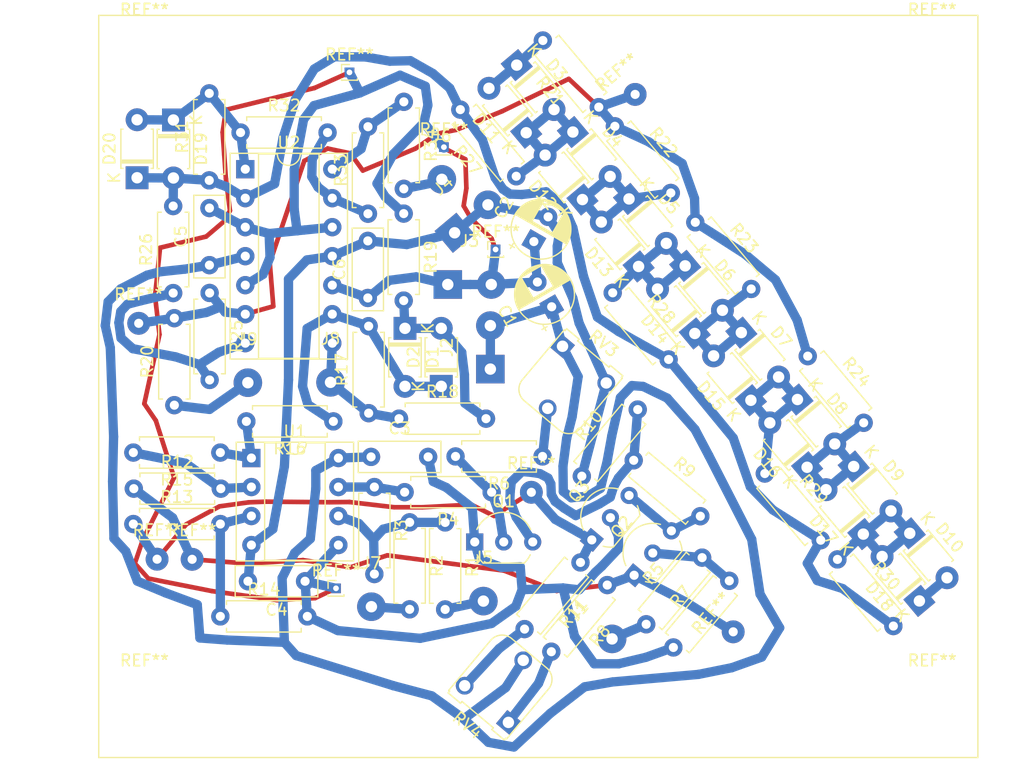
<source format=kicad_pcb>
(kicad_pcb (version 20171130) (host pcbnew "(5.1.2-1)-1")
  (layers (0 F.Cu signal) (31 B.Cu signal) (34 B.Paste user) (35 F.Paste user) (36 B.SilkS user) (37 F.SilkS user) (38 B.Mask user) (39 F.Mask user) (44 Edge.Cuts user))
  (net 0 "")
  (net 1 +12V)
  (net 2 Earth)
  (net 3 -12V)
  (net 4 "Net-(D1-Pad2)")
  (net 5 "Net-(D1-Pad1)")
  (net 6 "Net-(D11-Pad2)")
  (net 7 "Net-(D11-Pad1)")
  (net 8 "Net-(D12-Pad1)")
  (net 9 "Net-(D13-Pad1)")
  (net 10 "Net-(D14-Pad1)")
  (net 11 "Net-(D15-Pad1)")
  (net 12 "Net-(D16-Pad1)")
  (net 13 "Net-(D10-Pad1)")
  (net 14 "Net-(D10-Pad2)")
  (net 15 "Net-(D19-Pad1)")
  (net 16 "Net-(D19-Pad2)")
  (net 17 "Net-(J1-Pad1)")
  (net 18 "Net-(J5-Pad1)")
  (net 19 "Net-(J6-Pad1)")
  (net 20 "Net-(J7-Pad1)")
  (net 21 "Net-(J8-Pad1)")
  (net 22 "Net-(J9-Pad1)")
  (net 23 "Net-(Q1-Pad2)")
  (net 24 "Net-(Q1-Pad3)")
  (net 25 "Net-(Q2-Pad1)")
  (net 26 "Net-(Q2-Pad3)")
  (net 27 "Net-(Q2-Pad2)")
  (net 28 "Net-(Q3-Pad1)")
  (net 29 "Net-(R1-Pad1)")
  (net 30 "Net-(R3-Pad1)")
  (net 31 "Net-(R6-Pad1)")
  (net 32 "Net-(R8-Pad2)")
  (net 33 "Net-(R11-Pad2)")
  (net 34 "Net-(R12-Pad2)")
  (net 35 "Net-(R13-Pad2)")
  (net 36 "Net-(R15-Pad1)")
  (net 37 "Net-(R20-Pad2)")
  (net 38 "Net-(R25-Pad2)")
  (net 39 "Net-(R32-Pad2)")
  (net 40 "Net-(R33-Pad2)")
  (module MountingHole:MountingHole_3.5mm (layer F.Cu) (at 16 73)
    (fp_text reference REF** (at 0 -4.5) (layer F.SilkS))
    (fp_text value MountingHole_3.5mm)
    (pad 1 np_thru_hole circle (at 0 0) (size 3.5 3.5) (drill 3.5) (layers *.Cu *.Mask))
  )
  (module MountingHole:MountingHole_3.5mm (layer F.Cu) (at 85 73)
    (fp_text reference REF** (at 0 -4.5) (layer F.SilkS))
    (fp_text value MountingHole_3.5mm)
    (pad 1 np_thru_hole circle (at 0 0) (size 3.5 3.5) (drill 3.5) (layers *.Cu *.Mask))
  )
  (module MountingHole:MountingHole_3.5mm (layer F.Cu) (at 85 16)
    (fp_text reference REF** (at 0 -4.5) (layer F.SilkS))
    (fp_text value MountingHole_3.5mm)
    (pad 1 np_thru_hole circle (at 0 0) (size 3.5 3.5) (drill 3.5) (layers *.Cu *.Mask))
  )
  (module MountingHole:MountingHole_3.5mm (layer F.Cu) (at 16 16)
    (fp_text reference REF** (at 0 -4.5) (layer F.SilkS))
    (fp_text value MountingHole_3.5mm)
    (pad 1 np_thru_hole circle (at 0 0) (size 3.5 3.5) (drill 3.5) (layers *.Cu *.Mask))
  )
  (module Connector_PinHeader_1.00mm:PinHeader_1x01_P1.00mm_Vertical (layer F.Cu) (at 33.96 16.99)
    (fp_text reference REF** (at 0 -1.56) (layer F.SilkS))
    (fp_text value PinHeader_1x01_P1.00mm_Vertical)
    (pad 1 thru_hole rect (at 0 0) (size 0.85 0.85) (drill 0.5) (layers *.Cu *.Mask) (net 2 Earth))
  )
  (module Connector_PinHeader_1.00mm:PinHeader_1x01_P1.00mm_Vertical (layer F.Cu) (at 32.78 62.18)
    (fp_text reference REF** (at 0 -1.56) (layer F.SilkS))
    (fp_text value PinHeader_1x01_P1.00mm_Vertical)
    (pad 1 thru_hole rect (at 0 0) (size 0.85 0.85) (drill 0.5) (layers *.Cu *.Mask) (net 2 Earth))
  )
  (module Connector_PinHeader_1.00mm:PinHeader_1x01_P1.00mm_Vertical (layer F.Cu) (at 42.23 23.54)
    (fp_text reference REF** (at 0 -1.56) (layer F.SilkS))
    (fp_text value PinHeader_1x01_P1.00mm_Vertical)
    (pad 1 thru_hole rect (at 0 0) (size 0.85 0.85) (drill 0.5) (layers *.Cu *.Mask) (net 2 Earth))
  )
  (module Connector_PinHeader_1.00mm:PinHeader_1x01_P1.00mm_Vertical (layer F.Cu) (at 46.76 32.5)
    (fp_text reference REF** (at 0 -1.56) (layer F.SilkS))
    (fp_text value PinHeader_1x01_P1.00mm_Vertical)
    (pad 1 thru_hole rect (at 0 0) (size 0.85 0.85) (drill 0.5) (layers *.Cu *.Mask) (net 2 Earth))
  )
  (module Connector_Wire:SolderWirePad_1x01_Drill0.8mm (layer F.Cu) (at 15.5 38.97)
    (fp_text reference REF** (at 0 -2.54) (layer F.SilkS))
    (fp_text value SolderWirePad_1x01_Drill0.8mm)
    (pad 1 thru_hole circle (at 0 0) (size 1.99898 1.99898) (drill 0.8001) (layers *.Cu *.Mask) (net 37 "Net-(R20-Pad2)"))
  )
  (module Connector_Wire:SolderWirePad_1x01_Drill0.8mm (layer F.Cu) (at 58.98 18.92 40)
    (fp_text reference REF** (at 0 -2.54 40) (layer F.SilkS))
    (fp_text value SolderWirePad_1x01_Drill0.8mm)
    (pad 1 thru_hole circle (at 0 0 40) (size 1.99898 1.99898) (drill 0.8001) (layers *.Cu *.Mask) (net 37 "Net-(R20-Pad2)"))
  )
  (module Connector_Wire:SolderWirePad_1x01_Drill0.8mm (layer F.Cu) (at 67.57 65.99 50)
    (fp_text reference REF** (at 0 -2.54 50) (layer F.SilkS))
    (fp_text value SolderWirePad_1x01_Drill0.8mm)
    (pad 1 thru_hole circle (at 0 0 50) (size 1.99898 1.99898) (drill 0.8001) (layers *.Cu *.Mask) (net 25 "Net-(Q2-Pad1)"))
  )
  (module Connector_Wire:SolderWirePad_1x01_Drill0.8mm (layer F.Cu) (at 49.89 53.77)
    (fp_text reference REF** (at 0 -2.54) (layer F.SilkS))
    (fp_text value SolderWirePad_1x01_Drill0.8mm)
    (pad 1 thru_hole circle (at 0 0) (size 1.99898 1.99898) (drill 0.8001) (layers *.Cu *.Mask) (net 28 "Net-(Q3-Pad1)"))
  )
  (module Connector_Wire:SolderWirePad_1x01_Drill0.8mm (layer F.Cu) (at 17.11 59.63)
    (fp_text reference REF** (at 0 -2.54) (layer F.SilkS))
    (fp_text value SolderWirePad_1x01_Drill0.8mm)
    (pad 1 thru_hole circle (at 0 0) (size 1.99898 1.99898) (drill 0.8001) (layers *.Cu *.Mask) (net 28 "Net-(Q3-Pad1)"))
  )
  (module Connector_Wire:SolderWirePad_1x01_Drill0.8mm (layer F.Cu) (at 20.18 59.64)
    (fp_text reference REF** (at 0 -2.54) (layer F.SilkS))
    (fp_text value SolderWirePad_1x01_Drill0.8mm)
    (pad 1 thru_hole circle (at 0 0) (size 1.99898 1.99898) (drill 0.8001) (layers *.Cu *.Mask) (net 25 "Net-(Q2-Pad1)"))
  )
  (module Connector_Wire:SolderWirePad_1x02_P3.81mm_Drill1mm (layer F.Cu) (at 43.17 31.04 40)
    (fp_text reference J4 (at 1.905 -3.81 40) (layer F.SilkS))
    (fp_text value -12v)
    (pad 2 thru_hole circle (at 3.81 0 40) (size 2.49936 2.49936) (drill 1.00076) (layers *.Cu *.Mask) (net 3 -12V))
    (pad 1 thru_hole rect (at 0 0 40) (size 2.49936 2.49936) (drill 1.00076) (layers *.Cu *.Mask) (net 3 -12V))
  )
  (module Connector_Wire:SolderWirePad_1x02_P3.81mm_Drill1mm (layer F.Cu) (at 42.57 35.57)
    (fp_text reference J3 (at 1.905 -3.81) (layer F.SilkS))
    (fp_text value GND)
    (pad 2 thru_hole circle (at 3.81 0) (size 2.49936 2.49936) (drill 1.00076) (layers *.Cu *.Mask) (net 2 Earth))
    (pad 1 thru_hole rect (at 0 0) (size 2.49936 2.49936) (drill 1.00076) (layers *.Cu *.Mask) (net 2 Earth))
  )
  (module Connector_Wire:SolderWirePad_1x02_P3.81mm_Drill1mm (layer F.Cu) (at 46.3 42.98 90)
    (fp_text reference J2 (at 1.905 -3.81 90) (layer F.SilkS))
    (fp_text value +12v)
    (pad 2 thru_hole circle (at 3.81 0 90) (size 2.49936 2.49936) (drill 1.00076) (layers *.Cu *.Mask) (net 1 +12V))
    (pad 1 thru_hole rect (at 0 0 90) (size 2.49936 2.49936) (drill 1.00076) (layers *.Cu *.Mask) (net 1 +12V))
  )
  (module Package_TO_SOT_THT:TO-92_Inline_Wide (layer F.Cu) (at 55.184153 57.939121 50)
    (fp_text reference Q3 (at 2.54 -3.56 50) (layer F.SilkS))
    (fp_text value BC547)
    (pad 1 thru_hole rect (at 0 0 140) (size 1.5 1.5) (drill 0.8) (layers *.Cu *.Mask) (net 28 "Net-(Q3-Pad1)"))
    (pad 3 thru_hole circle (at 5.08 0 140) (size 1.5 1.5) (drill 0.8) (layers *.Cu *.Mask) (net 26 "Net-(Q2-Pad3)"))
    (pad 2 thru_hole circle (at 2.54 0 140) (size 1.5 1.5) (drill 0.8) (layers *.Cu *.Mask) (net 2 Earth))
  )
  (module Package_TO_SOT_THT:TO-92_Inline_Wide (layer F.Cu) (at 58.890575 61.036125 50)
    (fp_text reference Q2 (at 2.54 -3.56 50) (layer F.SilkS))
    (fp_text value BC547)
    (pad 1 thru_hole rect (at 0 0 140) (size 1.5 1.5) (drill 0.8) (layers *.Cu *.Mask) (net 25 "Net-(Q2-Pad1)"))
    (pad 3 thru_hole circle (at 5.08 0 140) (size 1.5 1.5) (drill 0.8) (layers *.Cu *.Mask) (net 26 "Net-(Q2-Pad3)"))
    (pad 2 thru_hole circle (at 2.54 0 140) (size 1.5 1.5) (drill 0.8) (layers *.Cu *.Mask) (net 27 "Net-(Q2-Pad2)"))
  )
  (module Package_TO_SOT_THT:TO-92_Inline_Wide (layer F.Cu) (at 44.93 58.12)
    (fp_text reference Q1 (at 2.54 -3.56) (layer F.SilkS))
    (fp_text value BC547)
    (pad 1 thru_hole rect (at 0 0 90) (size 1.5 1.5) (drill 0.8) (layers *.Cu *.Mask) (net 2 Earth))
    (pad 3 thru_hole circle (at 5.08 0 90) (size 1.5 1.5) (drill 0.8) (layers *.Cu *.Mask) (net 24 "Net-(Q1-Pad3)"))
    (pad 2 thru_hole circle (at 2.54 0 90) (size 1.5 1.5) (drill 0.8) (layers *.Cu *.Mask) (net 23 "Net-(Q1-Pad2)"))
  )
  (module Capacitor_THT:CP_Radial_D5.0mm_P2.50mm (layer F.Cu) (at 51.67 37.52 120)
    (fp_text reference C1 (at 1.25 -3.75 120) (layer F.SilkS))
    (fp_text value 10u)
    (pad 1 thru_hole rect (at 0 0 120) (size 1.6 1.6) (drill 0.8) (layers *.Cu *.Mask) (net 1 +12V))
    (pad 2 thru_hole circle (at 2.5 0 120) (size 1.6 1.6) (drill 0.8) (layers *.Cu *.Mask) (net 2 Earth))
  )
  (module Capacitor_THT:CP_Radial_D5.0mm_P2.50mm (layer F.Cu) (at 50.11 31.81 60)
    (fp_text reference C2 (at 1.25 -3.75 60) (layer F.SilkS))
    (fp_text value 10u)
    (pad 2 thru_hole circle (at 2.5 0 60) (size 1.6 1.6) (drill 0.8) (layers *.Cu *.Mask) (net 3 -12V))
    (pad 1 thru_hole rect (at 0 0 60) (size 1.6 1.6) (drill 0.8) (layers *.Cu *.Mask) (net 2 Earth))
  )
  (module Capacitor_THT:C_Rect_L7.0mm_W2.5mm_P5.00mm (layer F.Cu) (at 35.85 50.67)
    (fp_text reference C3 (at 2.5 -2.5) (layer F.SilkS))
    (fp_text value 100n)
    (pad 1 thru_hole circle (at 0 0) (size 1.6 1.6) (drill 0.8) (layers *.Cu *.Mask) (net 1 +12V))
    (pad 2 thru_hole circle (at 5 0) (size 1.6 1.6) (drill 0.8) (layers *.Cu *.Mask) (net 2 Earth))
  )
  (module Capacitor_THT:C_Rect_L7.0mm_W2.5mm_P5.00mm (layer F.Cu) (at 30.07 61.56 180)
    (fp_text reference C4 (at 2.5 -2.5) (layer F.SilkS))
    (fp_text value 100n)
    (pad 2 thru_hole circle (at 5 0 180) (size 1.6 1.6) (drill 0.8) (layers *.Cu *.Mask) (net 3 -12V))
    (pad 1 thru_hole circle (at 0 0 180) (size 1.6 1.6) (drill 0.8) (layers *.Cu *.Mask) (net 2 Earth))
  )
  (module Capacitor_THT:C_Rect_L7.0mm_W2.5mm_P5.00mm (layer F.Cu) (at 21.694008 33.875053 90)
    (fp_text reference C5 (at 2.5 -2.5 90) (layer F.SilkS))
    (fp_text value 100n)
    (pad 1 thru_hole circle (at 0 0 90) (size 1.6 1.6) (drill 0.8) (layers *.Cu *.Mask) (net 1 +12V))
    (pad 2 thru_hole circle (at 5 0 90) (size 1.6 1.6) (drill 0.8) (layers *.Cu *.Mask) (net 2 Earth))
  )
  (module Capacitor_THT:C_Rect_L7.0mm_W2.5mm_P5.00mm (layer F.Cu) (at 35.567675 36.749792 90)
    (fp_text reference C6 (at 2.5 -2.5 90) (layer F.SilkS))
    (fp_text value 100n)
    (pad 2 thru_hole circle (at 5 0 90) (size 1.6 1.6) (drill 0.8) (layers *.Cu *.Mask) (net 3 -12V))
    (pad 1 thru_hole circle (at 0 0 90) (size 1.6 1.6) (drill 0.8) (layers *.Cu *.Mask) (net 2 Earth))
  )
  (module Diode_THT:D_T-1_P5.08mm_Horizontal (layer F.Cu) (at 38.82 39.41 270)
    (fp_text reference D1 (at 2.54 -2.42 90) (layer F.SilkS))
    (fp_text value D_Small)
    (fp_text user K (at 0 -2 90) (layer F.SilkS))
    (pad 2 thru_hole oval (at 5.08 0 270) (size 2 2) (drill 1) (layers *.Cu *.Mask) (net 4 "Net-(D1-Pad2)"))
    (pad 1 thru_hole rect (at 0 0 270) (size 2 2) (drill 1) (layers *.Cu *.Mask) (net 5 "Net-(D1-Pad1)"))
  )
  (module Diode_THT:D_T-1_P5.08mm_Horizontal (layer F.Cu) (at 42 44.49 90)
    (fp_text reference D2 (at 2.54 -2.42 90) (layer F.SilkS))
    (fp_text value D_Small)
    (fp_text user K (at 0 -2 90) (layer F.SilkS))
    (pad 2 thru_hole oval (at 5.08 0 90) (size 2 2) (drill 1) (layers *.Cu *.Mask) (net 5 "Net-(D1-Pad1)"))
    (pad 1 thru_hole rect (at 0 0 90) (size 2 2) (drill 1) (layers *.Cu *.Mask) (net 4 "Net-(D1-Pad2)"))
  )
  (module Diode_THT:D_T-1_P5.08mm_Horizontal (layer F.Cu) (at 48.609612 16.355102 310)
    (fp_text reference D3 (at 2.54 -2.42 130) (layer F.SilkS))
    (fp_text value D_Small)
    (fp_text user K (at 0 -2 130) (layer F.SilkS))
    (pad 1 thru_hole rect (at 0 0 310) (size 2 2) (drill 1) (layers *.Cu *.Mask) (net 6 "Net-(D11-Pad2)"))
    (pad 2 thru_hole oval (at 5.08 0 310) (size 2 2) (drill 1) (layers *.Cu *.Mask) (net 7 "Net-(D11-Pad1)"))
  )
  (module Diode_THT:D_T-1_P5.08mm_Horizontal (layer F.Cu) (at 53.526937 22.215342 310)
    (fp_text reference D4 (at 2.54 -2.42 130) (layer F.SilkS))
    (fp_text value D_Small)
    (fp_text user K (at 0 -2 130) (layer F.SilkS))
    (pad 2 thru_hole oval (at 5.08 0 310) (size 2 2) (drill 1) (layers *.Cu *.Mask) (net 8 "Net-(D12-Pad1)"))
    (pad 1 thru_hole rect (at 0 0 310) (size 2 2) (drill 1) (layers *.Cu *.Mask) (net 7 "Net-(D11-Pad1)"))
  )
  (module Diode_THT:D_T-1_P5.08mm_Horizontal (layer F.Cu) (at 58.444262 28.075582 310)
    (fp_text reference D5 (at 2.54 -2.42 130) (layer F.SilkS))
    (fp_text value D_Small)
    (fp_text user K (at 0 -2 130) (layer F.SilkS))
    (pad 1 thru_hole rect (at 0 0 310) (size 2 2) (drill 1) (layers *.Cu *.Mask) (net 8 "Net-(D12-Pad1)"))
    (pad 2 thru_hole oval (at 5.08 0 310) (size 2 2) (drill 1) (layers *.Cu *.Mask) (net 9 "Net-(D13-Pad1)"))
  )
  (module Diode_THT:D_T-1_P5.08mm_Horizontal (layer F.Cu) (at 63.361587 33.935824 310)
    (fp_text reference D6 (at 2.54 -2.42 130) (layer F.SilkS))
    (fp_text value D_Small)
    (fp_text user K (at 0 -2 130) (layer F.SilkS))
    (pad 2 thru_hole oval (at 5.08 0 310) (size 2 2) (drill 1) (layers *.Cu *.Mask) (net 10 "Net-(D14-Pad1)"))
    (pad 1 thru_hole rect (at 0 0 310) (size 2 2) (drill 1) (layers *.Cu *.Mask) (net 9 "Net-(D13-Pad1)"))
  )
  (module Diode_THT:D_T-1_P5.08mm_Horizontal (layer F.Cu) (at 68.280145 39.781973 310)
    (fp_text reference D7 (at 2.54 -2.42 130) (layer F.SilkS))
    (fp_text value D_Small)
    (fp_text user K (at 0 -2 130) (layer F.SilkS))
    (pad 1 thru_hole rect (at 0 0 310) (size 2 2) (drill 1) (layers *.Cu *.Mask) (net 10 "Net-(D14-Pad1)"))
    (pad 2 thru_hole oval (at 5.08 0 310) (size 2 2) (drill 1) (layers *.Cu *.Mask) (net 11 "Net-(D15-Pad1)"))
  )
  (module Diode_THT:D_T-1_P5.08mm_Horizontal (layer F.Cu) (at 73.19747 45.642213 310)
    (fp_text reference D8 (at 2.54 -2.42 130) (layer F.SilkS))
    (fp_text value D_Small)
    (fp_text user K (at 0 -2 130) (layer F.SilkS))
    (pad 2 thru_hole oval (at 5.08 0 310) (size 2 2) (drill 1) (layers *.Cu *.Mask) (net 12 "Net-(D16-Pad1)"))
    (pad 1 thru_hole rect (at 0 0 310) (size 2 2) (drill 1) (layers *.Cu *.Mask) (net 11 "Net-(D15-Pad1)"))
  )
  (module Diode_THT:D_T-1_P5.08mm_Horizontal (layer F.Cu) (at 78.121223 51.510113 310)
    (fp_text reference D9 (at 2.54 -2.42 130) (layer F.SilkS))
    (fp_text value D_Small)
    (fp_text user K (at 0 -2 130) (layer F.SilkS))
    (pad 1 thru_hole rect (at 0 0 310) (size 2 2) (drill 1) (layers *.Cu *.Mask) (net 12 "Net-(D16-Pad1)"))
    (pad 2 thru_hole oval (at 5.08 0 310) (size 2 2) (drill 1) (layers *.Cu *.Mask) (net 13 "Net-(D10-Pad1)"))
  )
  (module Diode_THT:D_T-1_P5.08mm_Horizontal (layer F.Cu) (at 83.032122 57.362693 310)
    (fp_text reference D10 (at 2.54 -2.42 130) (layer F.SilkS))
    (fp_text value D_Small)
    (fp_text user K (at 0 -2 130) (layer F.SilkS))
    (pad 2 thru_hole oval (at 5.08 0 310) (size 2 2) (drill 1) (layers *.Cu *.Mask) (net 14 "Net-(D10-Pad2)"))
    (pad 1 thru_hole rect (at 0 0 310) (size 2 2) (drill 1) (layers *.Cu *.Mask) (net 13 "Net-(D10-Pad1)"))
  )
  (module Diode_THT:D_T-1_P5.08mm_Horizontal (layer F.Cu) (at 49.440184 22.276584 130)
    (fp_text reference D11 (at 2.54 -2.42 130) (layer F.SilkS))
    (fp_text value D_Small)
    (fp_text user K (at 0 -2 130) (layer F.SilkS))
    (pad 2 thru_hole oval (at 5.08 0 130) (size 2 2) (drill 1) (layers *.Cu *.Mask) (net 6 "Net-(D11-Pad2)"))
    (pad 1 thru_hole rect (at 0 0 130) (size 2 2) (drill 1) (layers *.Cu *.Mask) (net 7 "Net-(D11-Pad1)"))
  )
  (module Diode_THT:D_T-1_P5.08mm_Horizontal (layer F.Cu) (at 54.36517 28.130396 130)
    (fp_text reference D12 (at 2.54 -2.42 130) (layer F.SilkS))
    (fp_text value D_Small)
    (fp_text user K (at 0 -2 130) (layer F.SilkS))
    (pad 1 thru_hole rect (at 0 0 130) (size 2 2) (drill 1) (layers *.Cu *.Mask) (net 8 "Net-(D12-Pad1)"))
    (pad 2 thru_hole oval (at 5.08 0 130) (size 2 2) (drill 1) (layers *.Cu *.Mask) (net 7 "Net-(D11-Pad1)"))
  )
  (module Diode_THT:D_T-1_P5.08mm_Horizontal (layer F.Cu) (at 59.282495 33.990636 130)
    (fp_text reference D13 (at 2.54 -2.42 130) (layer F.SilkS))
    (fp_text value D_Small)
    (fp_text user K (at 0 -2 130) (layer F.SilkS))
    (pad 2 thru_hole oval (at 5.08 0 130) (size 2 2) (drill 1) (layers *.Cu *.Mask) (net 8 "Net-(D12-Pad1)"))
    (pad 1 thru_hole rect (at 0 0 130) (size 2 2) (drill 1) (layers *.Cu *.Mask) (net 9 "Net-(D13-Pad1)"))
  )
  (module Diode_THT:D_T-1_P5.08mm_Horizontal (layer F.Cu) (at 64.206248 39.858537 130)
    (fp_text reference D14 (at 2.54 -2.42 130) (layer F.SilkS))
    (fp_text value D_Small)
    (fp_text user K (at 0 -2 130) (layer F.SilkS))
    (pad 1 thru_hole rect (at 0 0 130) (size 2 2) (drill 1) (layers *.Cu *.Mask) (net 10 "Net-(D14-Pad1)"))
    (pad 2 thru_hole oval (at 5.08 0 130) (size 2 2) (drill 1) (layers *.Cu *.Mask) (net 9 "Net-(D13-Pad1)"))
  )
  (module Diode_THT:D_T-1_P5.08mm_Horizontal (layer F.Cu) (at 69.117146 45.711116 130)
    (fp_text reference D15 (at 2.54 -2.42 130) (layer F.SilkS))
    (fp_text value D_Small)
    (fp_text user K (at 0 -2 130) (layer F.SilkS))
    (pad 2 thru_hole oval (at 5.08 0 130) (size 2 2) (drill 1) (layers *.Cu *.Mask) (net 10 "Net-(D14-Pad1)"))
    (pad 1 thru_hole rect (at 0 0 130) (size 2 2) (drill 1) (layers *.Cu *.Mask) (net 11 "Net-(D15-Pad1)"))
  )
  (module Diode_THT:D_T-1_P5.08mm_Horizontal (layer F.Cu) (at 74.040899 51.579016 130)
    (fp_text reference D16 (at 2.54 -2.42 130) (layer F.SilkS))
    (fp_text value D_Small)
    (fp_text user K (at 0 -2 130) (layer F.SilkS))
    (pad 1 thru_hole rect (at 0 0 130) (size 2 2) (drill 1) (layers *.Cu *.Mask) (net 12 "Net-(D16-Pad1)"))
    (pad 2 thru_hole oval (at 5.08 0 130) (size 2 2) (drill 1) (layers *.Cu *.Mask) (net 11 "Net-(D15-Pad1)"))
  )
  (module Diode_THT:D_T-1_P5.08mm_Horizontal (layer F.Cu) (at 78.965883 57.432829 130)
    (fp_text reference D17 (at 2.54 -2.42 130) (layer F.SilkS))
    (fp_text value D_Small)
    (fp_text user K (at 0 -2 130) (layer F.SilkS))
    (pad 2 thru_hole oval (at 5.08 0 130) (size 2 2) (drill 1) (layers *.Cu *.Mask) (net 12 "Net-(D16-Pad1)"))
    (pad 1 thru_hole rect (at 0 0 130) (size 2 2) (drill 1) (layers *.Cu *.Mask) (net 13 "Net-(D10-Pad1)"))
  )
  (module Diode_THT:D_T-1_P5.08mm_Horizontal (layer F.Cu) (at 83.876781 63.285408 130)
    (fp_text reference D18 (at 2.54 -2.42 130) (layer F.SilkS))
    (fp_text value D_Small)
    (fp_text user K (at 0 -2 130) (layer F.SilkS))
    (pad 1 thru_hole rect (at 0 0 130) (size 2 2) (drill 1) (layers *.Cu *.Mask) (net 14 "Net-(D10-Pad2)"))
    (pad 2 thru_hole oval (at 5.08 0 130) (size 2 2) (drill 1) (layers *.Cu *.Mask) (net 13 "Net-(D10-Pad1)"))
  )
  (module Diode_THT:D_T-1_P5.08mm_Horizontal (layer F.Cu) (at 18.54 21.16 270)
    (fp_text reference D19 (at 2.54 -2.42 90) (layer F.SilkS))
    (fp_text value D_Small)
    (fp_text user K (at 0 -2 90) (layer F.SilkS))
    (pad 1 thru_hole rect (at 0 0 270) (size 2 2) (drill 1) (layers *.Cu *.Mask) (net 15 "Net-(D19-Pad1)"))
    (pad 2 thru_hole oval (at 5.08 0 270) (size 2 2) (drill 1) (layers *.Cu *.Mask) (net 16 "Net-(D19-Pad2)"))
  )
  (module Diode_THT:D_T-1_P5.08mm_Horizontal (layer F.Cu) (at 15.36 26.22 90)
    (fp_text reference D20 (at 2.54 -2.42 90) (layer F.SilkS))
    (fp_text value D_Small)
    (fp_text user K (at 0 -2 90) (layer F.SilkS))
    (pad 1 thru_hole rect (at 0 0 90) (size 2 2) (drill 1) (layers *.Cu *.Mask) (net 16 "Net-(D19-Pad2)"))
    (pad 2 thru_hole oval (at 5.08 0 90) (size 2 2) (drill 1) (layers *.Cu *.Mask) (net 15 "Net-(D19-Pad1)"))
  )
  (module Connector_Wire:SolderWirePad_1x01_Drill1mm (layer F.Cu) (at 56.96 66.61 50)
    (fp_text reference J1 (at 0 -3.81 50) (layer F.SilkS))
    (fp_text value In)
    (pad 1 thru_hole circle (at 0 0 50) (size 2.49936 2.49936) (drill 1.00076) (layers *.Cu *.Mask) (net 17 "Net-(J1-Pad1)"))
  )
  (module Connector_Wire:SolderWirePad_1x01_Drill1mm (layer F.Cu) (at 45.69 63.3)
    (fp_text reference J5 (at 0 -3.81) (layer F.SilkS))
    (fp_text value CV)
    (pad 1 thru_hole circle (at 0 0) (size 2.49936 2.49936) (drill 1.00076) (layers *.Cu *.Mask) (net 18 "Net-(J5-Pad1)"))
  )
  (module Connector_Wire:SolderWirePad_1x01_Drill1mm (layer F.Cu) (at 42.05 26.36)
    (fp_text reference J6 (at 0 -3.81) (layer F.SilkS))
    (fp_text value Out)
    (pad 1 thru_hole circle (at 0 0) (size 2.49936 2.49936) (drill 1.00076) (layers *.Cu *.Mask) (net 19 "Net-(J6-Pad1)"))
  )
  (module Connector_Wire:SolderWirePad_1x01_Drill1mm (layer F.Cu) (at 35.88 63.79)
    (fp_text reference J7 (at 0 -3.81) (layer F.SilkS))
    (fp_text value Range)
    (pad 1 thru_hole circle (at 0 0) (size 2.49936 2.49936) (drill 1.00076) (layers *.Cu *.Mask) (net 20 "Net-(J7-Pad1)"))
  )
  (module Connector_Wire:SolderWirePad_1x01_Drill1mm (layer F.Cu) (at 32.3 44.14)
    (fp_text reference J8 (at 0 -3.81) (layer F.SilkS))
    (fp_text value Shape3)
    (pad 1 thru_hole circle (at 0 0) (size 2.49936 2.49936) (drill 1.00076) (layers *.Cu *.Mask) (net 21 "Net-(J8-Pad1)"))
  )
  (module Connector_Wire:SolderWirePad_1x01_Drill1mm (layer F.Cu) (at 25.06 44.17)
    (fp_text reference J9 (at 0 -3.81) (layer F.SilkS))
    (fp_text value Shape2)
    (pad 1 thru_hole circle (at 0 0) (size 2.49936 2.49936) (drill 1.00076) (layers *.Cu *.Mask) (net 22 "Net-(J9-Pad1)"))
  )
  (module Resistor_THT:R_Axial_DIN0207_L6.3mm_D2.5mm_P7.62mm_Horizontal (layer F.Cu) (at 42.339999 56.41 270)
    (fp_text reference R1 (at 3.81 -2.37 90) (layer F.SilkS))
    (fp_text value 68k)
    (pad 1 thru_hole circle (at 0 0 270) (size 1.6 1.6) (drill 0.8) (layers *.Cu *.Mask) (net 29 "Net-(R1-Pad1)"))
    (pad 2 thru_hole oval (at 7.62 0 270) (size 1.6 1.6) (drill 0.8) (layers *.Cu *.Mask) (net 18 "Net-(J5-Pad1)"))
  )
  (module Resistor_THT:R_Axial_DIN0207_L6.3mm_D2.5mm_P7.62mm_Horizontal (layer F.Cu) (at 39.229996 56.4 270)
    (fp_text reference R2 (at 3.81 -2.37 90) (layer F.SilkS))
    (fp_text value 100k)
    (pad 2 thru_hole oval (at 7.62 0 270) (size 1.6 1.6) (drill 0.8) (layers *.Cu *.Mask) (net 20 "Net-(J7-Pad1)"))
    (pad 1 thru_hole circle (at 0 0 270) (size 1.6 1.6) (drill 0.8) (layers *.Cu *.Mask) (net 29 "Net-(R1-Pad1)"))
  )
  (module Resistor_THT:R_Axial_DIN0207_L6.3mm_D2.5mm_P7.62mm_Horizontal (layer F.Cu) (at 36.14 53.31 270)
    (fp_text reference R3 (at 3.81 -2.37 90) (layer F.SilkS))
    (fp_text value 100k)
    (pad 2 thru_hole oval (at 7.62 0 270) (size 1.6 1.6) (drill 0.8) (layers *.Cu *.Mask) (net 29 "Net-(R1-Pad1)"))
    (pad 1 thru_hole circle (at 0 0 270) (size 1.6 1.6) (drill 0.8) (layers *.Cu *.Mask) (net 30 "Net-(R3-Pad1)"))
  )
  (module Resistor_THT:R_Axial_DIN0207_L6.3mm_D2.5mm_P7.62mm_Horizontal (layer F.Cu) (at 46.41 53.76 180)
    (fp_text reference R4 (at 3.81 -2.37) (layer F.SilkS))
    (fp_text value 22k)
    (pad 1 thru_hole circle (at 0 0 180) (size 1.6 1.6) (drill 0.8) (layers *.Cu *.Mask) (net 23 "Net-(Q1-Pad2)"))
    (pad 2 thru_hole oval (at 7.62 0 180) (size 1.6 1.6) (drill 0.8) (layers *.Cu *.Mask) (net 30 "Net-(R3-Pad1)"))
  )
  (module Resistor_THT:R_Axial_DIN0207_L6.3mm_D2.5mm_P7.62mm_Horizontal (layer F.Cu) (at 59.95 65.33 50)
    (fp_text reference R5 (at 3.81 -2.37 50) (layer F.SilkS))
    (fp_text value 100k)
    (pad 1 thru_hole circle (at 0 0 50) (size 1.6 1.6) (drill 0.8) (layers *.Cu *.Mask) (net 17 "Net-(J1-Pad1)"))
    (pad 2 thru_hole oval (at 7.62 0 50) (size 1.6 1.6) (drill 0.8) (layers *.Cu *.Mask) (net 27 "Net-(Q2-Pad2)"))
  )
  (module Resistor_THT:R_Axial_DIN0207_L6.3mm_D2.5mm_P7.62mm_Horizontal (layer F.Cu) (at 50.87 50.63 180)
    (fp_text reference R6 (at 3.81 -2.37) (layer F.SilkS))
    (fp_text value 22k)
    (pad 2 thru_hole oval (at 7.62 0 180) (size 1.6 1.6) (drill 0.8) (layers *.Cu *.Mask) (net 23 "Net-(Q1-Pad2)"))
    (pad 1 thru_hole circle (at 0 0 180) (size 1.6 1.6) (drill 0.8) (layers *.Cu *.Mask) (net 31 "Net-(R6-Pad1)"))
  )
  (module Resistor_THT:R_Axial_DIN0207_L6.3mm_D2.5mm_P7.62mm_Horizontal (layer F.Cu) (at 62.33 67.36 50)
    (fp_text reference R7 (at 3.81 -2.37 50) (layer F.SilkS))
    (fp_text value 680)
    (pad 2 thru_hole oval (at 7.62 0 50) (size 1.6 1.6) (drill 0.8) (layers *.Cu *.Mask) (net 27 "Net-(Q2-Pad2)"))
    (pad 1 thru_hole circle (at 0 0 50) (size 1.6 1.6) (drill 0.8) (layers *.Cu *.Mask) (net 2 Earth))
  )
  (module Resistor_THT:R_Axial_DIN0207_L6.3mm_D2.5mm_P7.62mm_Horizontal (layer F.Cu) (at 56.538172 61.894956 230)
    (fp_text reference R8 (at 3.81 -2.37 50) (layer F.SilkS))
    (fp_text value 15k)
    (pad 1 thru_hole circle (at 0 0 230) (size 1.6 1.6) (drill 0.8) (layers *.Cu *.Mask) (net 25 "Net-(Q2-Pad1)"))
    (pad 2 thru_hole oval (at 7.62 0 230) (size 1.6 1.6) (drill 0.8) (layers *.Cu *.Mask) (net 32 "Net-(R8-Pad2)"))
  )
  (module Resistor_THT:R_Axial_DIN0207_L6.3mm_D2.5mm_P7.62mm_Horizontal (layer F.Cu) (at 58.854325 50.967123 320)
    (fp_text reference R9 (at 3.81 -2.37 140) (layer F.SilkS))
    (fp_text value 33k)
    (pad 1 thru_hole circle (at 0 0 320) (size 1.6 1.6) (drill 0.8) (layers *.Cu *.Mask) (net 24 "Net-(Q1-Pad3)"))
    (pad 2 thru_hole oval (at 7.62 0 320) (size 1.6 1.6) (drill 0.8) (layers *.Cu *.Mask) (net 26 "Net-(Q2-Pad3)"))
  )
  (module Resistor_THT:R_Axial_DIN0207_L6.3mm_D2.5mm_P7.62mm_Horizontal (layer F.Cu) (at 54.31 52.36 50)
    (fp_text reference R10 (at 3.81 -2.37 50) (layer F.SilkS))
    (fp_text value 15k)
    (pad 2 thru_hole oval (at 7.62 0 50) (size 1.6 1.6) (drill 0.8) (layers *.Cu *.Mask) (net 24 "Net-(Q1-Pad3)"))
    (pad 1 thru_hole circle (at 0 0 50) (size 1.6 1.6) (drill 0.8) (layers *.Cu *.Mask) (net 3 -12V))
  )
  (module Resistor_THT:R_Axial_DIN0207_L6.3mm_D2.5mm_P7.62mm_Horizontal (layer F.Cu) (at 54.192843 59.913938 230)
    (fp_text reference R11 (at 3.81 -2.37 50) (layer F.SilkS))
    (fp_text value 15k)
    (pad 2 thru_hole oval (at 7.62 0 230) (size 1.6 1.6) (drill 0.8) (layers *.Cu *.Mask) (net 33 "Net-(R11-Pad2)"))
    (pad 1 thru_hole circle (at 0 0 230) (size 1.6 1.6) (drill 0.8) (layers *.Cu *.Mask) (net 28 "Net-(Q3-Pad1)"))
  )
  (module Resistor_THT:R_Axial_DIN0207_L6.3mm_D2.5mm_P7.62mm_Horizontal (layer F.Cu) (at 15.07 53.45)
    (fp_text reference R12 (at 3.81 -2.37) (layer F.SilkS))
    (fp_text value 15k)
    (pad 2 thru_hole oval (at 7.62 0) (size 1.6 1.6) (drill 0.8) (layers *.Cu *.Mask) (net 34 "Net-(R12-Pad2)"))
    (pad 1 thru_hole circle (at 0 0) (size 1.6 1.6) (drill 0.8) (layers *.Cu *.Mask) (net 25 "Net-(Q2-Pad1)"))
  )
  (module Resistor_THT:R_Axial_DIN0207_L6.3mm_D2.5mm_P7.62mm_Horizontal (layer F.Cu) (at 15.03 56.55)
    (fp_text reference R13 (at 3.81 -2.37) (layer F.SilkS))
    (fp_text value 15k)
    (pad 1 thru_hole circle (at 0 0) (size 1.6 1.6) (drill 0.8) (layers *.Cu *.Mask) (net 28 "Net-(Q3-Pad1)"))
    (pad 2 thru_hole oval (at 7.62 0) (size 1.6 1.6) (drill 0.8) (layers *.Cu *.Mask) (net 35 "Net-(R13-Pad2)"))
  )
  (module Resistor_THT:R_Axial_DIN0207_L6.3mm_D2.5mm_P7.62mm_Horizontal (layer F.Cu) (at 22.65 64.64)
    (fp_text reference R14 (at 3.81 -2.37) (layer F.SilkS))
    (fp_text value 100k)
    (pad 2 thru_hole oval (at 7.62 0) (size 1.6 1.6) (drill 0.8) (layers *.Cu *.Mask) (net 2 Earth))
    (pad 1 thru_hole circle (at 0 0) (size 1.6 1.6) (drill 0.8) (layers *.Cu *.Mask) (net 35 "Net-(R13-Pad2)"))
  )
  (module Resistor_THT:R_Axial_DIN0207_L6.3mm_D2.5mm_P7.62mm_Horizontal (layer F.Cu) (at 22.65 50.29 180)
    (fp_text reference R15 (at 3.81 -2.37) (layer F.SilkS))
    (fp_text value 100k)
    (pad 1 thru_hole circle (at 0 0 180) (size 1.6 1.6) (drill 0.8) (layers *.Cu *.Mask) (net 36 "Net-(R15-Pad1)"))
    (pad 2 thru_hole oval (at 7.62 0 180) (size 1.6 1.6) (drill 0.8) (layers *.Cu *.Mask) (net 34 "Net-(R12-Pad2)"))
  )
  (module Resistor_THT:R_Axial_DIN0207_L6.3mm_D2.5mm_P7.62mm_Horizontal (layer F.Cu) (at 32.55 47.56 180)
    (fp_text reference R16 (at 3.81 -2.37) (layer F.SilkS))
    (fp_text value 100k)
    (pad 1 thru_hole circle (at 0 0 180) (size 1.6 1.6) (drill 0.8) (layers *.Cu *.Mask) (net 4 "Net-(D1-Pad2)"))
    (pad 2 thru_hole oval (at 7.62 0 180) (size 1.6 1.6) (drill 0.8) (layers *.Cu *.Mask) (net 36 "Net-(R15-Pad1)"))
  )
  (module Resistor_THT:R_Axial_DIN0207_L6.3mm_D2.5mm_P7.62mm_Horizontal (layer F.Cu) (at 35.64 46.84 90)
    (fp_text reference R17 (at 3.81 -2.37 90) (layer F.SilkS))
    (fp_text value 100k)
    (pad 2 thru_hole oval (at 7.62 0 90) (size 1.6 1.6) (drill 0.8) (layers *.Cu *.Mask) (net 4 "Net-(D1-Pad2)"))
    (pad 1 thru_hole circle (at 0 0 90) (size 1.6 1.6) (drill 0.8) (layers *.Cu *.Mask) (net 21 "Net-(J8-Pad1)"))
  )
  (module Resistor_THT:R_Axial_DIN0207_L6.3mm_D2.5mm_P7.62mm_Horizontal (layer F.Cu) (at 38.3 47.32)
    (fp_text reference R18 (at 3.81 -2.37) (layer F.SilkS))
    (fp_text value 33k)
    (pad 1 thru_hole circle (at 0 0) (size 1.6 1.6) (drill 0.8) (layers *.Cu *.Mask) (net 21 "Net-(J8-Pad1)"))
    (pad 2 thru_hole oval (at 7.62 0) (size 1.6 1.6) (drill 0.8) (layers *.Cu *.Mask) (net 5 "Net-(D1-Pad1)"))
  )
  (module Resistor_THT:R_Axial_DIN0207_L6.3mm_D2.5mm_P7.62mm_Horizontal (layer F.Cu) (at 38.71 29.36 270)
    (fp_text reference R19 (at 3.81 -2.37 90) (layer F.SilkS))
    (fp_text value 2k7)
    (pad 2 thru_hole oval (at 7.62 0 270) (size 1.6 1.6) (drill 0.8) (layers *.Cu *.Mask) (net 5 "Net-(D1-Pad1)"))
    (pad 1 thru_hole circle (at 0 0 270) (size 1.6 1.6) (drill 0.8) (layers *.Cu *.Mask) (net 2 Earth))
  )
  (module Resistor_THT:R_Axial_DIN0207_L6.3mm_D2.5mm_P7.62mm_Horizontal (layer F.Cu) (at 18.62 46.14 90)
    (fp_text reference R20 (at 3.81 -2.37 90) (layer F.SilkS))
    (fp_text value 27k)
    (pad 2 thru_hole oval (at 7.62 0 90) (size 1.6 1.6) (drill 0.8) (layers *.Cu *.Mask) (net 37 "Net-(R20-Pad2)"))
    (pad 1 thru_hole circle (at 0 0 90) (size 1.6 1.6) (drill 0.8) (layers *.Cu *.Mask) (net 22 "Net-(J9-Pad1)"))
  )
  (module Resistor_THT:R_Axial_DIN0207_L6.3mm_D2.5mm_P7.62mm_Horizontal (layer F.Cu) (at 55.797331 20.03612 130)
    (fp_text reference R21 (at 3.81 -2.37 130) (layer F.SilkS))
    (fp_text value 15k)
    (pad 2 thru_hole oval (at 7.62 0 130) (size 1.6 1.6) (drill 0.8) (layers *.Cu *.Mask) (net 6 "Net-(D11-Pad2)"))
    (pad 1 thru_hole circle (at 0 0 130) (size 1.6 1.6) (drill 0.8) (layers *.Cu *.Mask) (net 37 "Net-(R20-Pad2)"))
  )
  (module Resistor_THT:R_Axial_DIN0207_L6.3mm_D2.5mm_P7.62mm_Horizontal (layer F.Cu) (at 57.205036 21.713757 310)
    (fp_text reference R22 (at 3.81 -2.37 130) (layer F.SilkS))
    (fp_text value 15k)
    (pad 1 thru_hole circle (at 0 0 310) (size 1.6 1.6) (drill 0.8) (layers *.Cu *.Mask) (net 37 "Net-(R20-Pad2)"))
    (pad 2 thru_hole oval (at 7.62 0 310) (size 1.6 1.6) (drill 0.8) (layers *.Cu *.Mask) (net 8 "Net-(D12-Pad1)"))
  )
  (module Resistor_THT:R_Axial_DIN0207_L6.3mm_D2.5mm_P7.62mm_Horizontal (layer F.Cu) (at 64.248756 30.123692 310)
    (fp_text reference R23 (at 3.81 -2.37 130) (layer F.SilkS))
    (fp_text value 15k)
    (pad 2 thru_hole oval (at 7.62 0 310) (size 1.6 1.6) (drill 0.8) (layers *.Cu *.Mask) (net 10 "Net-(D14-Pad1)"))
    (pad 1 thru_hole circle (at 0 0 310) (size 1.6 1.6) (drill 0.8) (layers *.Cu *.Mask) (net 37 "Net-(R20-Pad2)"))
  )
  (module Resistor_THT:R_Axial_DIN0207_L6.3mm_D2.5mm_P7.62mm_Horizontal (layer F.Cu) (at 74.097494 41.845406 310)
    (fp_text reference R24 (at 3.81 -2.37 130) (layer F.SilkS))
    (fp_text value 15k)
    (pad 1 thru_hole circle (at 0 0 310) (size 1.6 1.6) (drill 0.8) (layers *.Cu *.Mask) (net 37 "Net-(R20-Pad2)"))
    (pad 2 thru_hole oval (at 7.62 0 310) (size 1.6 1.6) (drill 0.8) (layers *.Cu *.Mask) (net 12 "Net-(D16-Pad1)"))
  )
  (module Resistor_THT:R_Axial_DIN0207_L6.3mm_D2.5mm_P7.62mm_Horizontal (layer F.Cu) (at 21.71 36.31 270)
    (fp_text reference R25 (at 3.81 -2.37 90) (layer F.SilkS))
    (fp_text value 5k6)
    (pad 1 thru_hole circle (at 0 0 270) (size 1.6 1.6) (drill 0.8) (layers *.Cu *.Mask) (net 37 "Net-(R20-Pad2)"))
    (pad 2 thru_hole oval (at 7.62 0 270) (size 1.6 1.6) (drill 0.8) (layers *.Cu *.Mask) (net 38 "Net-(R25-Pad2)"))
  )
  (module Resistor_THT:R_Axial_DIN0207_L6.3mm_D2.5mm_P7.62mm_Horizontal (layer F.Cu) (at 18.52 36.32 90)
    (fp_text reference R26 (at 3.81 -2.37 90) (layer F.SilkS))
    (fp_text value 5k6)
    (pad 1 thru_hole circle (at 0 0 90) (size 1.6 1.6) (drill 0.8) (layers *.Cu *.Mask) (net 38 "Net-(R25-Pad2)"))
    (pad 2 thru_hole oval (at 7.62 0 90) (size 1.6 1.6) (drill 0.8) (layers *.Cu *.Mask) (net 16 "Net-(D19-Pad2)"))
  )
  (module Resistor_THT:R_Axial_DIN0207_L6.3mm_D2.5mm_P7.62mm_Horizontal (layer F.Cu) (at 48.567104 26.089946 130)
    (fp_text reference R27 (at 3.81 -2.37 130) (layer F.SilkS))
    (fp_text value 15k)
    (pad 2 thru_hole oval (at 7.62 0 130) (size 1.6 1.6) (drill 0.8) (layers *.Cu *.Mask) (net 16 "Net-(D19-Pad2)"))
    (pad 1 thru_hole circle (at 0 0 130) (size 1.6 1.6) (drill 0.8) (layers *.Cu *.Mask) (net 7 "Net-(D11-Pad1)"))
  )
  (module Resistor_THT:R_Axial_DIN0207_L6.3mm_D2.5mm_P7.62mm_Horizontal (layer F.Cu) (at 57.015096 36.297887 310)
    (fp_text reference R28 (at 3.81 -2.37 130) (layer F.SilkS))
    (fp_text value 15k)
    (pad 1 thru_hole circle (at 0 0 310) (size 1.6 1.6) (drill 0.8) (layers *.Cu *.Mask) (net 9 "Net-(D13-Pad1)"))
    (pad 2 thru_hole oval (at 7.62 0 310) (size 1.6 1.6) (drill 0.8) (layers *.Cu *.Mask) (net 16 "Net-(D19-Pad2)"))
  )
  (module Resistor_THT:R_Axial_DIN0207_L6.3mm_D2.5mm_P7.62mm_Horizontal (layer F.Cu) (at 70.337353 52.128062 310)
    (fp_text reference R29 (at 3.81 -2.37 130) (layer F.SilkS))
    (fp_text value 15k)
    (pad 2 thru_hole oval (at 7.62 0 310) (size 1.6 1.6) (drill 0.8) (layers *.Cu *.Mask) (net 16 "Net-(D19-Pad2)"))
    (pad 1 thru_hole circle (at 0 0 310) (size 1.6 1.6) (drill 0.8) (layers *.Cu *.Mask) (net 11 "Net-(D15-Pad1)"))
  )
  (module Resistor_THT:R_Axial_DIN0207_L6.3mm_D2.5mm_P7.62mm_Horizontal (layer F.Cu) (at 76.699453 59.647889 310)
    (fp_text reference R30 (at 3.81 -2.37 130) (layer F.SilkS))
    (fp_text value 15k)
    (pad 2 thru_hole oval (at 7.62 0 310) (size 1.6 1.6) (drill 0.8) (layers *.Cu *.Mask) (net 16 "Net-(D19-Pad2)"))
    (pad 1 thru_hole circle (at 0 0 310) (size 1.6 1.6) (drill 0.8) (layers *.Cu *.Mask) (net 13 "Net-(D10-Pad1)"))
  )
  (module Resistor_THT:R_Axial_DIN0207_L6.3mm_D2.5mm_P7.62mm_Horizontal (layer F.Cu) (at 21.68 26.45 90)
    (fp_text reference R31 (at 3.81 -2.37 90) (layer F.SilkS))
    (fp_text value 56k)
    (pad 1 thru_hole circle (at 0 0 90) (size 1.6 1.6) (drill 0.8) (layers *.Cu *.Mask) (net 16 "Net-(D19-Pad2)"))
    (pad 2 thru_hole oval (at 7.62 0 90) (size 1.6 1.6) (drill 0.8) (layers *.Cu *.Mask) (net 15 "Net-(D19-Pad1)"))
  )
  (module Resistor_THT:R_Axial_DIN0207_L6.3mm_D2.5mm_P7.62mm_Horizontal (layer F.Cu) (at 24.42 22.26)
    (fp_text reference R32 (at 3.81 -2.37) (layer F.SilkS))
    (fp_text value 6k8)
    (pad 2 thru_hole oval (at 7.62 0) (size 1.6 1.6) (drill 0.8) (layers *.Cu *.Mask) (net 39 "Net-(R32-Pad2)"))
    (pad 1 thru_hole circle (at 0 0) (size 1.6 1.6) (drill 0.8) (layers *.Cu *.Mask) (net 15 "Net-(D19-Pad1)"))
  )
  (module Resistor_THT:R_Axial_DIN0207_L6.3mm_D2.5mm_P7.62mm_Horizontal (layer F.Cu) (at 35.58 29.37 90)
    (fp_text reference R33 (at 3.81 -2.37 90) (layer F.SilkS))
    (fp_text value 56k)
    (pad 1 thru_hole circle (at 0 0 90) (size 1.6 1.6) (drill 0.8) (layers *.Cu *.Mask) (net 39 "Net-(R32-Pad2)"))
    (pad 2 thru_hole oval (at 7.62 0 90) (size 1.6 1.6) (drill 0.8) (layers *.Cu *.Mask) (net 40 "Net-(R33-Pad2)"))
  )
  (module Resistor_THT:R_Axial_DIN0207_L6.3mm_D2.5mm_P7.62mm_Horizontal (layer F.Cu) (at 38.72 19.57 270)
    (fp_text reference R34 (at 3.81 -2.37 90) (layer F.SilkS))
    (fp_text value 470)
    (pad 1 thru_hole circle (at 0 0 270) (size 1.6 1.6) (drill 0.8) (layers *.Cu *.Mask) (net 40 "Net-(R33-Pad2)"))
    (pad 2 thru_hole oval (at 7.62 0 270) (size 1.6 1.6) (drill 0.8) (layers *.Cu *.Mask) (net 19 "Net-(J6-Pad1)"))
  )
  (module Potentiometer_THT:Potentiometer_Runtron_RM-065_Vertical (layer F.Cu) (at 52.62 40.98 320)
    (fp_text reference RV3 (at 2.6 -2.5 140) (layer F.SilkS))
    (fp_text value 50k)
    (pad 3 thru_hole circle (at 5 0 320) (size 1.55 1.55) (drill 1) (layers *.Cu *.Mask) (net 3 -12V))
    (pad 1 thru_hole rect (at 0 0 320) (size 1.55 1.55) (drill 1) (layers *.Cu *.Mask) (net 1 +12V))
    (pad 2 thru_hole circle (at 2.5 5 320) (size 1.55 1.55) (drill 1) (layers *.Cu *.Mask) (net 31 "Net-(R6-Pad1)"))
  )
  (module Potentiometer_THT:Potentiometer_Runtron_RM-065_Vertical (layer F.Cu) (at 47.88042 73.924161 140)
    (fp_text reference RV4 (at 2.6 -2.5 140) (layer F.SilkS))
    (fp_text value 1k)
    (pad 3 thru_hole circle (at 5 0 140) (size 1.55 1.55) (drill 1) (layers *.Cu *.Mask) (net 33 "Net-(R11-Pad2)"))
    (pad 1 thru_hole rect (at 0 0 140) (size 1.55 1.55) (drill 1) (layers *.Cu *.Mask) (net 32 "Net-(R8-Pad2)"))
    (pad 2 thru_hole circle (at 2.5 5 140) (size 1.55 1.55) (drill 1) (layers *.Cu *.Mask) (net 1 +12V))
  )
  (module Package_DIP:DIP-8_W7.62mm_Socket (layer F.Cu) (at 25.37 50.77)
    (fp_text reference U1 (at 3.81 -2.33) (layer F.SilkS))
    (fp_text value TL072)
    (pad 1 thru_hole rect (at 0 0) (size 1.6 1.6) (drill 0.8) (layers *.Cu *.Mask) (net 36 "Net-(R15-Pad1)"))
    (pad 5 thru_hole oval (at 7.62 7.62) (size 1.6 1.6) (drill 0.8) (layers *.Cu *.Mask) (net 2 Earth))
    (pad 2 thru_hole oval (at 0 2.54) (size 1.6 1.6) (drill 0.8) (layers *.Cu *.Mask) (net 34 "Net-(R12-Pad2)"))
    (pad 6 thru_hole oval (at 7.62 5.08) (size 1.6 1.6) (drill 0.8) (layers *.Cu *.Mask) (net 29 "Net-(R1-Pad1)"))
    (pad 3 thru_hole oval (at 0 5.08) (size 1.6 1.6) (drill 0.8) (layers *.Cu *.Mask) (net 35 "Net-(R13-Pad2)"))
    (pad 7 thru_hole oval (at 7.62 2.54) (size 1.6 1.6) (drill 0.8) (layers *.Cu *.Mask) (net 30 "Net-(R3-Pad1)"))
    (pad 4 thru_hole oval (at 0 7.62) (size 1.6 1.6) (drill 0.8) (layers *.Cu *.Mask) (net 3 -12V))
    (pad 8 thru_hole oval (at 7.62 0) (size 1.6 1.6) (drill 0.8) (layers *.Cu *.Mask) (net 1 +12V))
  )
  (module Package_DIP:DIP-14_W7.62mm_Socket (layer F.Cu) (at 24.835693 25.468965)
    (fp_text reference U2 (at 3.81 -2.33) (layer F.SilkS))
    (fp_text value TL074)
    (pad 1 thru_hole rect (at 0 0) (size 1.6 1.6) (drill 0.8) (layers *.Cu *.Mask) (net 15 "Net-(D19-Pad1)"))
    (pad 8 thru_hole oval (at 7.62 15.24) (size 1.6 1.6) (drill 0.8) (layers *.Cu *.Mask) (net 21 "Net-(J8-Pad1)"))
    (pad 2 thru_hole oval (at 0 2.54) (size 1.6 1.6) (drill 0.8) (layers *.Cu *.Mask) (net 16 "Net-(D19-Pad2)"))
    (pad 9 thru_hole oval (at 7.62 12.7) (size 1.6 1.6) (drill 0.8) (layers *.Cu *.Mask) (net 4 "Net-(D1-Pad2)"))
    (pad 3 thru_hole oval (at 0 5.08) (size 1.6 1.6) (drill 0.8) (layers *.Cu *.Mask) (net 2 Earth))
    (pad 10 thru_hole oval (at 7.62 10.16) (size 1.6 1.6) (drill 0.8) (layers *.Cu *.Mask) (net 2 Earth))
    (pad 4 thru_hole oval (at 0 7.62) (size 1.6 1.6) (drill 0.8) (layers *.Cu *.Mask) (net 1 +12V))
    (pad 11 thru_hole oval (at 7.62 7.62) (size 1.6 1.6) (drill 0.8) (layers *.Cu *.Mask) (net 3 -12V))
    (pad 5 thru_hole oval (at 0 10.16) (size 1.6 1.6) (drill 0.8) (layers *.Cu *.Mask) (net 2 Earth))
    (pad 12 thru_hole oval (at 7.62 5.08) (size 1.6 1.6) (drill 0.8) (layers *.Cu *.Mask) (net 2 Earth))
    (pad 6 thru_hole oval (at 0 12.7) (size 1.6 1.6) (drill 0.8) (layers *.Cu *.Mask) (net 37 "Net-(R20-Pad2)"))
    (pad 13 thru_hole oval (at 7.62 2.54) (size 1.6 1.6) (drill 0.8) (layers *.Cu *.Mask) (net 39 "Net-(R32-Pad2)"))
    (pad 7 thru_hole oval (at 0 15.24) (size 1.6 1.6) (drill 0.8) (layers *.Cu *.Mask) (net 38 "Net-(R25-Pad2)"))
    (pad 14 thru_hole oval (at 7.62 0) (size 1.6 1.6) (drill 0.8) (layers *.Cu *.Mask) (net 40 "Net-(R33-Pad2)"))
  )
  (gr_line (start 89 12) (end 12 12) (layer F.SilkS) (width 0.12))
  (gr_line (start 89 77) (end 89 12) (layer F.SilkS) (width 0.12))
  (gr_line (start 12 77) (end 89 77) (layer F.SilkS) (width 0.12))
  (gr_line (start 12 12) (end 12 77) (layer F.SilkS) (width 0.12))
  (segment (start 24.835693 33.088965) (end 21.694008 33.875053) (width 0.8128) (layer B.Cu) (net 1))
  (segment (start 29.29 68.07) (end 28.26 66.91) (width 0.8128) (layer B.Cu) (net 1))
  (segment (start 28.26 66.91) (end 28.06 61.27) (width 0.8128) (layer B.Cu) (net 1))
  (segment (start 28.06 61.27) (end 29.16 59.08) (width 0.8128) (layer B.Cu) (net 1))
  (segment (start 29.16 59.08) (end 30.53 57.84) (width 0.8128) (layer B.Cu) (net 1))
  (segment (start 30.53 57.84) (end 31.01 53.44) (width 0.8128) (layer B.Cu) (net 1))
  (segment (start 31.01 53.44) (end 31.01 51.86) (width 0.8128) (layer B.Cu) (net 1))
  (segment (start 31.01 51.86) (end 32.99 50.77) (width 0.8128) (layer B.Cu) (net 1))
  (segment (start 32.99 50.77) (end 35.85 50.67) (width 0.8128) (layer B.Cu) (net 1))
  (segment (start 57 70.38) (end 64.52 69.72) (width 0.8128) (layer B.Cu) (net 1))
  (segment (start 69.92 62.68) (end 69.19 57.89) (width 0.8128) (layer B.Cu) (net 1))
  (segment (start 69.19 57.89) (end 65.43 50.55) (width 0.8128) (layer B.Cu) (net 1))
  (segment (start 21.694008 33.875053) (end 19.57 34.22) (width 0.8128) (layer B.Cu) (net 1))
  (segment (start 19.57 34.22) (end 17.35 34.46) (width 0.8128) (layer B.Cu) (net 1))
  (segment (start 17.35 34.46) (end 16.24 34.75) (width 0.8128) (layer B.Cu) (net 1))
  (segment (start 13.3 48.9) (end 13.21 52.82) (width 0.8128) (layer B.Cu) (net 1))
  (segment (start 13.21 52.82) (end 13.33 57.81) (width 0.8128) (layer B.Cu) (net 1))
  (segment (start 13.33 57.81) (end 14.37 58.94) (width 0.8128) (layer B.Cu) (net 1))
  (segment (start 20.63 63.61) (end 20.86 66.53) (width 0.8128) (layer B.Cu) (net 1))
  (segment (start 20.86 66.53) (end 23.24 66.71) (width 0.8128) (layer B.Cu) (net 1))
  (segment (start 23.24 66.71) (end 28.26 66.91) (width 0.8128) (layer B.Cu) (net 1))
  (segment (start 52.62 40.98) (end 51.67 37.52) (width 0.8128) (layer B.Cu) (net 1))
  (segment (start 65.43 50.55) (end 64.22 48.26) (width 0.8128) (layer B.Cu) (net 1))
  (segment (start 64.22 48.26) (end 61.79 45.52) (width 0.8128) (layer B.Cu) (net 1))
  (segment (start 61.79 45.52) (end 59.68 44.5) (width 0.8128) (layer B.Cu) (net 1))
  (segment (start 59.68 44.5) (end 58.7 44.42) (width 0.8128) (layer B.Cu) (net 1))
  (segment (start 58.7 44.42) (end 57.69 45.48) (width 0.8128) (layer B.Cu) (net 1))
  (segment (start 57.69 45.48) (end 56.94 48.8) (width 0.8128) (layer B.Cu) (net 1))
  (segment (start 56.94 48.8) (end 56.51 51.15) (width 0.8128) (layer B.Cu) (net 1))
  (segment (start 56.51 51.15) (end 56.25 52.14) (width 0.8128) (layer B.Cu) (net 1))
  (segment (start 56.25 52.14) (end 55.94 53.43) (width 0.8128) (layer B.Cu) (net 1))
  (segment (start 55.94 53.43) (end 54.83 54.11) (width 0.8128) (layer B.Cu) (net 1))
  (segment (start 54.83 54.11) (end 53.39 54.25) (width 0.8128) (layer B.Cu) (net 1))
  (segment (start 53.39 54.25) (end 52.69 53.7) (width 0.8128) (layer B.Cu) (net 1))
  (segment (start 52.69 53.7) (end 52.66 51.48) (width 0.8128) (layer B.Cu) (net 1))
  (segment (start 52.66 51.48) (end 52.98 49.05) (width 0.8128) (layer B.Cu) (net 1))
  (segment (start 52.98 49.05) (end 53.46 47.17) (width 0.8128) (layer B.Cu) (net 1))
  (segment (start 53.46 47.17) (end 53.99 43.64) (width 0.8128) (layer B.Cu) (net 1))
  (segment (start 53.99 43.64) (end 52.62 40.98) (width 0.8128) (layer B.Cu) (net 1))
  (segment (start 29.29 68.07) (end 37.81 70.71) (width 0.8128) (layer B.Cu) (net 1))
  (segment (start 37.81 70.71) (end 41.17 71.6) (width 0.8128) (layer B.Cu) (net 1))
  (segment (start 41.17 71.6) (end 43.97 73.62) (width 0.8128) (layer B.Cu) (net 1))
  (segment (start 43.97 73.62) (end 47.64 70.88) (width 0.8128) (layer B.Cu) (net 1))
  (segment (start 47.64 70.88) (end 49.179247 68.48697) (width 0.8128) (layer B.Cu) (net 1))
  (segment (start 43.97 73.62) (end 46.13 75.67) (width 0.8128) (layer B.Cu) (net 1))
  (segment (start 46.13 75.67) (end 48.36 76.08) (width 0.8128) (layer B.Cu) (net 1))
  (segment (start 48.36 76.08) (end 51.54 73.14) (width 0.8128) (layer B.Cu) (net 1))
  (segment (start 51.54 73.14) (end 54.55 70.81) (width 0.8128) (layer B.Cu) (net 1))
  (segment (start 54.55 70.81) (end 57 70.38) (width 0.8128) (layer B.Cu) (net 1))
  (segment (start 20.63 63.61) (end 17.88 62.59) (width 0.8128) (layer B.Cu) (net 1))
  (segment (start 17.88 62.59) (end 15.38 61.55) (width 0.8128) (layer B.Cu) (net 1))
  (segment (start 15.38 61.55) (end 14.37 58.94) (width 0.8128) (layer B.Cu) (net 1))
  (segment (start 69.92 62.68) (end 71.64 65.64) (width 0.8128) (layer B.Cu) (net 1))
  (segment (start 71.64 65.64) (end 70.07 68.2) (width 0.8128) (layer B.Cu) (net 1))
  (segment (start 70.07 68.2) (end 67.45 69.13) (width 0.8128) (layer B.Cu) (net 1))
  (segment (start 67.45 69.13) (end 64.52 69.72) (width 0.8128) (layer B.Cu) (net 1))
  (segment (start 13.3 48.9) (end 13.01 41.1) (width 0.8128) (layer B.Cu) (net 1))
  (segment (start 13.01 41.1) (end 12.57 39.17) (width 0.8128) (layer B.Cu) (net 1))
  (segment (start 12.57 39.17) (end 12.82 37.08) (width 0.8128) (layer B.Cu) (net 1))
  (segment (start 12.82 37.08) (end 13.93 35.95) (width 0.8128) (layer B.Cu) (net 1))
  (segment (start 13.93 35.95) (end 16.24 34.75) (width 0.8128) (layer B.Cu) (net 1))
  (segment (start 51.67 37.52) (end 46.3 39.17) (width 0.8128) (layer B.Cu) (net 1))
  (segment (start 46.3 39.17) (end 46.3 42.98) (width 0.8128) (layer B.Cu) (net 1))
  (segment (start 46.38 35.57) (end 50.42 35.354936) (width 0.8128) (layer B.Cu) (net 2))
  (segment (start 50.42 35.354936) (end 50.11 31.81) (width 0.8128) (layer B.Cu) (net 2))
  (segment (start 42.57 35.57) (end 39.8 34.9) (width 0.8128) (layer B.Cu) (net 2))
  (segment (start 39.8 34.9) (end 37.43 35.21) (width 0.8128) (layer B.Cu) (net 2))
  (segment (start 37.43 35.21) (end 35.567675 36.749792) (width 0.8128) (layer B.Cu) (net 2))
  (segment (start 35.567675 36.749792) (end 32.455693 35.628965) (width 0.8128) (layer B.Cu) (net 2))
  (segment (start 24.835693 30.548965) (end 21.694008 28.875053) (width 0.8128) (layer B.Cu) (net 2))
  (segment (start 30.27 64.64) (end 30.07 61.56) (width 0.8128) (layer B.Cu) (net 2))
  (segment (start 30.07 61.56) (end 32.99 58.39) (width 0.8128) (layer B.Cu) (net 2))
  (segment (start 44.93 58.12) (end 44.72 55.15) (width 0.8128) (layer B.Cu) (net 2))
  (segment (start 44.72 55.15) (end 42.44 53.35) (width 0.8128) (layer B.Cu) (net 2))
  (segment (start 42.44 53.35) (end 41.3 52.83) (width 0.8128) (layer B.Cu) (net 2))
  (segment (start 41.3 52.83) (end 40.85 50.67) (width 0.8128) (layer B.Cu) (net 2))
  (segment (start 62.33 67.36) (end 59.93 68.22) (width 0.8128) (layer B.Cu) (net 2))
  (segment (start 59.93 68.22) (end 57.54 68.79) (width 0.8128) (layer B.Cu) (net 2))
  (segment (start 57.54 68.79) (end 55.4 68.79) (width 0.8128) (layer B.Cu) (net 2))
  (segment (start 55.4 68.79) (end 53.67 66.37) (width 0.8128) (layer B.Cu) (net 2))
  (segment (start 53.67 66.37) (end 52.67 62.15) (width 0.8128) (layer B.Cu) (net 2))
  (segment (start 44.93 58.12) (end 45.34 59.63) (width 0.8128) (layer B.Cu) (net 2))
  (segment (start 45.34 59.63) (end 47.28 60.35) (width 0.8128) (layer B.Cu) (net 2))
  (segment (start 30.27 64.64) (end 32.93 65.88) (width 0.8128) (layer B.Cu) (net 2))
  (segment (start 32.93 65.88) (end 40.15 66.56) (width 0.8128) (layer B.Cu) (net 2))
  (segment (start 40.15 66.56) (end 46.4 65.26) (width 0.8128) (layer B.Cu) (net 2))
  (segment (start 46.4 65.26) (end 48.53 63.75) (width 0.8128) (layer B.Cu) (net 2))
  (segment (start 48.53 63.75) (end 49.08 62.3) (width 0.8128) (layer B.Cu) (net 2))
  (segment (start 49.08 62.3) (end 48.917232 60.287232) (width 0.8128) (layer B.Cu) (net 2))
  (segment (start 47.28 60.35) (end 48.917232 60.287232) (width 0.8128) (layer B.Cu) (net 2))
  (segment (start 46.38 35.57) (end 44.55 35.57) (width 0.8128) (layer B.Cu) (net 2))
  (segment (start 44.55 35.57) (end 42.57 35.57) (width 0.8128) (layer B.Cu) (net 2))
  (segment (start 24.835693 35.628965) (end 26.39 34.68) (width 0.8128) (layer B.Cu) (net 2))
  (segment (start 26.39 34.68) (end 27 33.19) (width 0.8128) (layer B.Cu) (net 2))
  (segment (start 27 33.19) (end 26.92 31.11) (width 0.8128) (layer B.Cu) (net 2))
  (segment (start 26.92 31.11) (end 24.835693 30.548965) (width 0.8128) (layer B.Cu) (net 2))
  (segment (start 32.455693 30.548965) (end 30.025283 30.795283) (width 0.8128) (layer B.Cu) (net 2))
  (segment (start 38.39 17.24) (end 34.87 18.79) (width 0.8128) (layer B.Cu) (net 2))
  (segment (start 34.87 18.79) (end 30.85 19.9) (width 0.8128) (layer B.Cu) (net 2))
  (segment (start 30.85 19.9) (end 29.94 21.12) (width 0.8128) (layer B.Cu) (net 2))
  (segment (start 37.08 27.87) (end 36.37 26.73) (width 0.8128) (layer B.Cu) (net 2))
  (segment (start 37.79 24.16) (end 40.48 21.4) (width 0.8128) (layer B.Cu) (net 2))
  (segment (start 38.71 29.36) (end 37.08 27.87) (width 0.8128) (layer B.Cu) (net 2))
  (segment (start 40.48 21.4) (end 40.83 19.86) (width 0.8128) (layer B.Cu) (net 2))
  (segment (start 40.83 19.86) (end 40.6 18.2) (width 0.8128) (layer B.Cu) (net 2))
  (segment (start 40.6 18.2) (end 38.39 17.24) (width 0.8128) (layer B.Cu) (net 2))
  (segment (start 36.37 26.73) (end 37.79 24.16) (width 0.8128) (layer B.Cu) (net 2))
  (segment (start 29.94 21.12) (end 29.12 25.51) (width 0.8128) (layer B.Cu) (net 2))
  (segment (start 29.12 25.51) (end 29.12 28.99) (width 0.8128) (layer B.Cu) (net 2))
  (segment (start 29.37154 30.86154) (end 26.92 31.11) (width 0.8128) (layer B.Cu) (net 2))
  (segment (start 29.12 28.99) (end 29.37154 30.86154) (width 0.8128) (layer B.Cu) (net 2))
  (segment (start 30.025283 30.795283) (end 29.37154 30.86154) (width 0.8128) (layer B.Cu) (net 2))
  (segment (start 56.816834 55.993368) (end 57.52 57.63) (width 0.8128) (layer B.Cu) (net 2))
  (segment (start 57.52 57.63) (end 57.52 58.7) (width 0.8128) (layer B.Cu) (net 2))
  (segment (start 57.52 58.7) (end 56.06 60.25) (width 0.8128) (layer B.Cu) (net 2))
  (segment (start 56.06 60.25) (end 55.5 60.77) (width 0.8128) (layer B.Cu) (net 2))
  (segment (start 55.5 60.77) (end 54.87 61.48) (width 0.8128) (layer B.Cu) (net 2))
  (segment (start 54.87 61.48) (end 54.07 62.31) (width 0.8128) (layer B.Cu) (net 2))
  (segment (start 54.07 62.31) (end 52.67 62.15) (width 0.8128) (layer B.Cu) (net 2))
  (segment (start 52.67 62.15) (end 49.08 62.3) (width 0.8128) (layer B.Cu) (net 2))
  (segment (start 42.23 23.62) (end 40.48 21.4) (width 0.8128) (layer B.Cu) (net 2))
  (segment (start 46.76 32.5) (end 46.38 35.57) (width 0.8128) (layer B.Cu) (net 2))
  (segment (start 42.23 23.62) (end 44.11 24.6) (width 0.4064) (layer F.Cu) (net 2))
  (segment (start 44.11 24.6) (end 44.2 27.14) (width 0.4064) (layer F.Cu) (net 2))
  (segment (start 44.2 27.14) (end 43.96 28.68) (width 0.4064) (layer F.Cu) (net 2))
  (segment (start 43.96 28.68) (end 44.42 29.47) (width 0.4064) (layer F.Cu) (net 2))
  (segment (start 44.42 29.47) (end 45.01 30.19) (width 0.4064) (layer F.Cu) (net 2))
  (segment (start 45.01 30.19) (end 46.41 31.55) (width 0.4064) (layer F.Cu) (net 2))
  (segment (start 46.41 31.55) (end 46.76 32.5) (width 0.4064) (layer F.Cu) (net 2))
  (segment (start 33.96 16.99) (end 34.87 18.79) (width 0.8128) (layer B.Cu) (net 2))
  (segment (start 32.78 62.18) (end 30.07 61.56) (width 0.8128) (layer B.Cu) (net 2))
  (segment (start 32.78 62.18) (end 30.94 63.04) (width 0.4064) (layer F.Cu) (net 2))
  (segment (start 30.94 63.04) (end 27.66 63.22) (width 0.4064) (layer F.Cu) (net 2))
  (segment (start 27.66 63.22) (end 21.95 62.43) (width 0.4064) (layer F.Cu) (net 2))
  (segment (start 21.95 62.43) (end 16.34 61.32) (width 0.4064) (layer F.Cu) (net 2))
  (segment (start 16.34 61.32) (end 15.16 60) (width 0.4064) (layer F.Cu) (net 2))
  (segment (start 15.16 60) (end 15.86 57.93) (width 0.4064) (layer F.Cu) (net 2))
  (segment (start 15.86 57.93) (end 18.6 52.48) (width 0.4064) (layer F.Cu) (net 2))
  (segment (start 18.6 52.48) (end 17 47.49) (width 0.4064) (layer F.Cu) (net 2))
  (segment (start 17 47.49) (end 15.99 46.01) (width 0.4064) (layer F.Cu) (net 2))
  (segment (start 15.99 46.01) (end 17.32 39.95) (width 0.4064) (layer F.Cu) (net 2))
  (segment (start 17.32 39.95) (end 16.93 36.59) (width 0.4064) (layer F.Cu) (net 2))
  (segment (start 16.93 36.59) (end 17.37 32.35) (width 0.4064) (layer F.Cu) (net 2))
  (segment (start 17.37 32.35) (end 21.41 31.37) (width 0.4064) (layer F.Cu) (net 2))
  (segment (start 21.41 31.37) (end 23.02 30) (width 0.4064) (layer F.Cu) (net 2))
  (segment (start 23.02 30) (end 23.49 29.1) (width 0.4064) (layer F.Cu) (net 2))
  (segment (start 23.49 29.1) (end 23.14 26.31) (width 0.4064) (layer F.Cu) (net 2))
  (segment (start 23.14 26.31) (end 22.99 24.22) (width 0.4064) (layer F.Cu) (net 2))
  (segment (start 22.99 24.22) (end 22.85 22.24) (width 0.4064) (layer F.Cu) (net 2))
  (segment (start 22.85 22.24) (end 23.14 20.27) (width 0.4064) (layer F.Cu) (net 2))
  (segment (start 23.14 20.27) (end 30.89 18.36) (width 0.4064) (layer F.Cu) (net 2))
  (segment (start 30.89 18.36) (end 33.96 16.99) (width 0.4064) (layer F.Cu) (net 2))
  (segment (start 32.455693 33.088965) (end 35.567675 31.749792) (width 0.8128) (layer B.Cu) (net 3))
  (segment (start 35.567675 31.749792) (end 38.98 32.07) (width 0.8128) (layer B.Cu) (net 3))
  (segment (start 38.98 32.07) (end 43.17 31.04) (width 0.8128) (layer B.Cu) (net 3))
  (segment (start 43.17 31.04) (end 46.088629 28.590979) (width 0.8128) (layer B.Cu) (net 3))
  (segment (start 46.088629 28.590979) (end 51.36 29.644936) (width 0.8128) (layer B.Cu) (net 3))
  (segment (start 25.07 61.56) (end 25.37 58.39) (width 0.8128) (layer B.Cu) (net 3))
  (segment (start 30.23 33.42) (end 32.455693 33.088965) (width 0.8128) (layer B.Cu) (net 3))
  (segment (start 25.37 58.39) (end 27.25 56.99) (width 0.8128) (layer B.Cu) (net 3))
  (segment (start 28.62 43.92) (end 28.62 35.09) (width 0.8128) (layer B.Cu) (net 3))
  (segment (start 28.62 35.09) (end 30.23 33.42) (width 0.8128) (layer B.Cu) (net 3))
  (segment (start 28.26 51.5) (end 28.62 43.92) (width 0.8128) (layer B.Cu) (net 3))
  (segment (start 27.25 56.99) (end 28.26 51.5) (width 0.8128) (layer B.Cu) (net 3))
  (segment (start 54.31 52.36) (end 56.450222 44.193938) (width 0.8128) (layer B.Cu) (net 3))
  (segment (start 56.450222 44.193938) (end 55.12 41.24) (width 0.8128) (layer B.Cu) (net 3))
  (segment (start 55.12 41.24) (end 54.07 38.94) (width 0.8128) (layer B.Cu) (net 3))
  (segment (start 54.07 38.94) (end 53.53 36.79) (width 0.8128) (layer B.Cu) (net 3))
  (segment (start 53.53 36.79) (end 52.16 33.65) (width 0.8128) (layer B.Cu) (net 3))
  (segment (start 52.16 33.65) (end 52.16 32.22) (width 0.8128) (layer B.Cu) (net 3))
  (segment (start 52.16 32.22) (end 52.34 31.15) (width 0.8128) (layer B.Cu) (net 3))
  (segment (start 52.34 31.15) (end 51.36 29.644936) (width 0.8128) (layer B.Cu) (net 3))
  (segment (start 32.455693 38.168965) (end 35.64 39.22) (width 0.8128) (layer B.Cu) (net 4))
  (segment (start 35.64 39.22) (end 38.82 44.49) (width 0.8128) (layer B.Cu) (net 4))
  (segment (start 38.82 44.49) (end 42 44.49) (width 0.8128) (layer B.Cu) (net 4))
  (segment (start 32.55 47.56) (end 30.32 46.09) (width 0.8128) (layer B.Cu) (net 4))
  (segment (start 30.32 46.09) (end 29.85 44.49) (width 0.8128) (layer B.Cu) (net 4))
  (segment (start 29.85 44.49) (end 30.25 39.42) (width 0.8128) (layer B.Cu) (net 4))
  (segment (start 30.25 39.42) (end 32.455693 38.168965) (width 0.8128) (layer B.Cu) (net 4))
  (segment (start 42 39.41) (end 38.82 39.41) (width 0.8128) (layer B.Cu) (net 5))
  (segment (start 38.82 39.41) (end 38.71 36.98) (width 0.8128) (layer B.Cu) (net 5))
  (segment (start 45.92 47.32) (end 44.07 45.97) (width 0.8128) (layer B.Cu) (net 5))
  (segment (start 44.07 45.97) (end 44.03 43.46) (width 0.8128) (layer B.Cu) (net 5))
  (segment (start 44.03 43.46) (end 43.79 41.51) (width 0.8128) (layer B.Cu) (net 5))
  (segment (start 43.79 41.51) (end 42 39.41) (width 0.8128) (layer B.Cu) (net 5))
  (segment (start 50.899289 14.198861) (end 48.609612 16.355102) (width 0.8128) (layer B.Cu) (net 6))
  (segment (start 48.609612 16.355102) (end 46.174823 18.385078) (width 0.8128) (layer B.Cu) (net 6))
  (segment (start 53.526937 22.215342) (end 51.874973 20.246608) (width 0.8128) (layer B.Cu) (net 7))
  (segment (start 49.440184 22.276584) (end 51.874973 20.246608) (width 0.8128) (layer B.Cu) (net 7))
  (segment (start 51.099809 24.23889) (end 49.440184 22.276584) (width 0.8128) (layer B.Cu) (net 7))
  (segment (start 51.099809 24.23889) (end 53.526937 22.215342) (width 0.8128) (layer B.Cu) (net 7))
  (segment (start 51.099809 24.23889) (end 48.567104 26.089946) (width 0.8128) (layer B.Cu) (net 7))
  (segment (start 62.103078 27.551016) (end 58.444262 28.075582) (width 0.8128) (layer B.Cu) (net 8))
  (segment (start 58.444262 28.075582) (end 56.792298 26.106848) (width 0.8128) (layer B.Cu) (net 8))
  (segment (start 56.792298 26.106848) (end 54.36517 28.130396) (width 0.8128) (layer B.Cu) (net 8))
  (segment (start 56.017134 30.09913) (end 54.36517 28.130396) (width 0.8128) (layer B.Cu) (net 8))
  (segment (start 56.017134 30.09913) (end 58.444262 28.075582) (width 0.8128) (layer B.Cu) (net 8))
  (segment (start 61.709623 31.967088) (end 59.282495 33.990636) (width 0.8128) (layer B.Cu) (net 9))
  (segment (start 59.282495 33.990636) (end 57.015096 36.297887) (width 0.8128) (layer B.Cu) (net 9))
  (segment (start 59.282495 33.990636) (end 60.940887 35.967031) (width 0.8128) (layer B.Cu) (net 9))
  (segment (start 60.940887 35.967031) (end 63.361587 33.935824) (width 0.8128) (layer B.Cu) (net 9))
  (segment (start 63.361587 33.935824) (end 61.709623 31.967088) (width 0.8128) (layer B.Cu) (net 9))
  (segment (start 68.280145 39.781973) (end 65.851785 41.81961) (width 0.8128) (layer B.Cu) (net 10))
  (segment (start 65.851785 41.81961) (end 64.206248 39.858537) (width 0.8128) (layer B.Cu) (net 10))
  (segment (start 64.206248 39.858537) (end 66.626948 37.82733) (width 0.8128) (layer B.Cu) (net 10))
  (segment (start 66.626948 37.82733) (end 68.280145 39.781973) (width 0.8128) (layer B.Cu) (net 10))
  (segment (start 66.626948 37.82733) (end 69.146798 35.960951) (width 0.8128) (layer B.Cu) (net 10))
  (segment (start 70.337353 52.128062) (end 70.775538 47.68751) (width 0.8128) (layer B.Cu) (net 11))
  (segment (start 70.775538 47.68751) (end 69.117146 45.711116) (width 0.8128) (layer B.Cu) (net 11))
  (segment (start 71.545506 43.673479) (end 73.19747 45.642213) (width 0.8128) (layer B.Cu) (net 11))
  (segment (start 71.545506 43.673479) (end 69.117146 45.711116) (width 0.8128) (layer B.Cu) (net 11))
  (segment (start 70.775538 47.68751) (end 73.19747 45.642213) (width 0.8128) (layer B.Cu) (net 11))
  (segment (start 76.462831 49.533719) (end 74.040899 51.579016) (width 0.8128) (layer B.Cu) (net 12))
  (segment (start 74.040899 51.579016) (end 75.700522 53.541323) (width 0.8128) (layer B.Cu) (net 12))
  (segment (start 78.121223 51.510113) (end 75.700522 53.541323) (width 0.8128) (layer B.Cu) (net 12))
  (segment (start 78.121223 51.510113) (end 76.462831 49.533719) (width 0.8128) (layer B.Cu) (net 12))
  (segment (start 76.462831 49.533719) (end 78.995536 47.682665) (width 0.8128) (layer B.Cu) (net 12))
  (segment (start 78.965883 57.432829) (end 80.61142 59.393902) (width 0.8128) (layer B.Cu) (net 13))
  (segment (start 80.61142 59.393902) (end 83.032122 57.362693) (width 0.8128) (layer B.Cu) (net 13))
  (segment (start 83.032122 57.362693) (end 81.386584 55.401619) (width 0.8128) (layer B.Cu) (net 13))
  (segment (start 81.386584 55.401619) (end 78.965883 57.432829) (width 0.8128) (layer B.Cu) (net 13))
  (segment (start 78.965883 57.432829) (end 76.699453 59.647889) (width 0.8128) (layer B.Cu) (net 13))
  (segment (start 83.876781 63.285408) (end 86.297483 61.254199) (width 0.8128) (layer B.Cu) (net 14))
  (segment (start 24.42 22.26) (end 24.835693 25.468965) (width 0.8128) (layer B.Cu) (net 15))
  (segment (start 24.42 22.26) (end 21.68 18.83) (width 0.8128) (layer B.Cu) (net 15))
  (segment (start 21.68 18.83) (end 18.54 21.16) (width 0.8128) (layer B.Cu) (net 15))
  (segment (start 18.54 21.16) (end 15.36 21.14) (width 0.8128) (layer B.Cu) (net 15))
  (segment (start 81.597495 65.485148) (end 77.15 62.2) (width 0.8128) (layer B.Cu) (net 16))
  (segment (start 77.15 62.2) (end 74.93 61.5) (width 0.8128) (layer B.Cu) (net 16))
  (segment (start 74.93 61.5) (end 74.06 59.99) (width 0.8128) (layer B.Cu) (net 16))
  (segment (start 74.06 59.99) (end 75.235395 57.965321) (width 0.8128) (layer B.Cu) (net 16))
  (segment (start 75.235395 57.965321) (end 71.05 55.32) (width 0.8128) (layer B.Cu) (net 16))
  (segment (start 71.05 55.32) (end 69.07 53.29) (width 0.8128) (layer B.Cu) (net 16))
  (segment (start 69.07 53.29) (end 67.57 49.01) (width 0.8128) (layer B.Cu) (net 16))
  (segment (start 67.57 49.01) (end 61.913138 42.135146) (width 0.8128) (layer B.Cu) (net 16))
  (segment (start 61.913138 42.135146) (end 57.54 39.69) (width 0.8128) (layer B.Cu) (net 16))
  (segment (start 57.54 39.69) (end 55.68 38.43) (width 0.8128) (layer B.Cu) (net 16))
  (segment (start 55.68 38.43) (end 54.46 34.85) (width 0.8128) (layer B.Cu) (net 16))
  (segment (start 54.46 34.85) (end 53.53 30.61) (width 0.8128) (layer B.Cu) (net 16))
  (segment (start 53.53 30.61) (end 53.06 29.53) (width 0.8128) (layer B.Cu) (net 16))
  (segment (start 53.06 29.53) (end 52.63 28.79) (width 0.8128) (layer B.Cu) (net 16))
  (segment (start 52.63 28.79) (end 52.06 28.21) (width 0.8128) (layer B.Cu) (net 16))
  (segment (start 52.06 28.21) (end 51.18 27.45) (width 0.8128) (layer B.Cu) (net 16))
  (segment (start 51.18 27.45) (end 49.04 27.69) (width 0.8128) (layer B.Cu) (net 16))
  (segment (start 49.04 27.69) (end 48.02 27.65) (width 0.8128) (layer B.Cu) (net 16))
  (segment (start 48.02 27.65) (end 47.4 27.22) (width 0.8128) (layer B.Cu) (net 16))
  (segment (start 47.4 27.22) (end 46.71 26.2) (width 0.8128) (layer B.Cu) (net 16))
  (segment (start 46.71 26.2) (end 45.61 22.92) (width 0.8128) (layer B.Cu) (net 16))
  (segment (start 45.61 22.92) (end 43.669062 20.252687) (width 0.8128) (layer B.Cu) (net 16))
  (segment (start 15.36 26.22) (end 18.54 26.24) (width 0.8128) (layer B.Cu) (net 16))
  (segment (start 18.54 26.24) (end 18.52 28.7) (width 0.8128) (layer B.Cu) (net 16))
  (segment (start 18.54 26.24) (end 21.68 26.45) (width 0.8128) (layer B.Cu) (net 16))
  (segment (start 21.68 26.45) (end 23.13 26.98) (width 0.8128) (layer B.Cu) (net 16))
  (segment (start 23.13 26.98) (end 24.835693 28.008965) (width 0.8128) (layer B.Cu) (net 16))
  (segment (start 24.835693 28.008965) (end 27.4 26.75) (width 0.8128) (layer B.Cu) (net 16))
  (segment (start 27.4 26.75) (end 28.14 22.73) (width 0.8128) (layer B.Cu) (net 16))
  (segment (start 28.14 22.73) (end 29.22 19.37) (width 0.8128) (layer B.Cu) (net 16))
  (segment (start 37.49 16.01) (end 39.3 15.97) (width 0.8128) (layer B.Cu) (net 16))
  (segment (start 39.3 15.97) (end 41.27 17.09) (width 0.8128) (layer B.Cu) (net 16))
  (segment (start 41.27 17.09) (end 42.74 18.37) (width 0.8128) (layer B.Cu) (net 16))
  (segment (start 42.74 18.37) (end 43.669062 20.252687) (width 0.8128) (layer B.Cu) (net 16))
  (segment (start 37.49 16.01) (end 35.36 15.64) (width 0.8128) (layer B.Cu) (net 16))
  (segment (start 35.36 15.64) (end 32.64 15.62) (width 0.8128) (layer B.Cu) (net 16))
  (segment (start 32.64 15.62) (end 30.88 16.69) (width 0.8128) (layer B.Cu) (net 16))
  (segment (start 30.88 16.69) (end 29.22 19.37) (width 0.8128) (layer B.Cu) (net 16))
  (segment (start 59.95 65.33) (end 56.96 66.61) (width 0.8128) (layer B.Cu) (net 17))
  (segment (start 42.339999 64.03) (end 45.69 63.3) (width 0.8128) (layer B.Cu) (net 18))
  (segment (start 42.07 26.5) (end 38.72 27.19) (width 0.8128) (layer B.Cu) (net 19))
  (segment (start 39.229996 64.02) (end 35.88 63.79) (width 0.8128) (layer B.Cu) (net 20))
  (segment (start 38.3 47.32) (end 35.64 46.84) (width 0.8128) (layer B.Cu) (net 21))
  (segment (start 35.64 46.84) (end 32.3 44.14) (width 0.8128) (layer B.Cu) (net 21))
  (segment (start 32.3 44.14) (end 32.455693 40.708965) (width 0.8128) (layer B.Cu) (net 21))
  (segment (start 18.62 46.14) (end 21.7 46.51) (width 0.8128) (layer B.Cu) (net 22))
  (segment (start 21.7 46.51) (end 25.06 44.17) (width 0.8128) (layer B.Cu) (net 22))
  (segment (start 47.47 58.12) (end 47.07 55.61) (width 0.8128) (layer B.Cu) (net 23))
  (segment (start 47.07 55.61) (end 46.41 53.76) (width 0.8128) (layer B.Cu) (net 23))
  (segment (start 46.41 53.76) (end 44.82 52.27) (width 0.8128) (layer B.Cu) (net 23))
  (segment (start 44.82 52.27) (end 43.25 50.63) (width 0.8128) (layer B.Cu) (net 23))
  (segment (start 58.854325 50.967123) (end 59.208042 46.522741) (width 0.8128) (layer B.Cu) (net 24))
  (segment (start 50.01 58.12) (end 48.56 55.95) (width 0.8128) (layer B.Cu) (net 24))
  (segment (start 48.56 55.95) (end 48.01 54.45) (width 0.8128) (layer B.Cu) (net 24))
  (segment (start 48.01 54.45) (end 48.04 53.7) (width 0.8128) (layer B.Cu) (net 24))
  (segment (start 48.04 53.7) (end 48.14 52.85) (width 0.8128) (layer B.Cu) (net 24))
  (segment (start 48.14 52.85) (end 49.07 51.95) (width 0.8128) (layer B.Cu) (net 24))
  (segment (start 49.07 51.95) (end 49.93 52.03) (width 0.8128) (layer B.Cu) (net 24))
  (segment (start 49.93 52.03) (end 50.65 52.14) (width 0.8128) (layer B.Cu) (net 24))
  (segment (start 50.65 52.14) (end 51.35 52.52) (width 0.8128) (layer B.Cu) (net 24))
  (segment (start 51.35 52.52) (end 51.6 53.04) (width 0.8128) (layer B.Cu) (net 24))
  (segment (start 51.6 53.04) (end 51.64 53.96) (width 0.8128) (layer B.Cu) (net 24))
  (segment (start 51.64 53.96) (end 51.97 54.57) (width 0.8128) (layer B.Cu) (net 24))
  (segment (start 51.97 54.57) (end 52.76 55.16) (width 0.8128) (layer B.Cu) (net 24))
  (segment (start 52.76 55.16) (end 53.78 55.81) (width 0.8128) (layer B.Cu) (net 24))
  (segment (start 53.78 55.81) (end 55.88 54.77) (width 0.8128) (layer B.Cu) (net 24))
  (segment (start 55.88 54.77) (end 56.8 54.2) (width 0.8128) (layer B.Cu) (net 24))
  (segment (start 56.8 54.2) (end 57.08 53.33) (width 0.8128) (layer B.Cu) (net 24))
  (segment (start 57.08 53.33) (end 57.52 52.51) (width 0.8128) (layer B.Cu) (net 24))
  (segment (start 57.52 52.51) (end 58.854325 50.967123) (width 0.8128) (layer B.Cu) (net 24))
  (segment (start 56.538172 61.894956) (end 58.890575 61.036125) (width 0.8128) (layer B.Cu) (net 25))
  (segment (start 15.07 53.45) (end 18.47 56) (width 0.8128) (layer B.Cu) (net 25))
  (segment (start 18.47 56) (end 20.18 59.64) (width 0.8128) (layer B.Cu) (net 25))
  (segment (start 67.57 65.99) (end 63.34 63.34) (width 0.8128) (layer B.Cu) (net 25))
  (segment (start 63.34 63.34) (end 58.890575 61.036125) (width 0.8128) (layer B.Cu) (net 25))
  (segment (start 20.18 59.64) (end 25.03 60.01) (width 0.4064) (layer F.Cu) (net 25))
  (segment (start 25.03 60.01) (end 29.89 59.71) (width 0.4064) (layer F.Cu) (net 25))
  (segment (start 29.89 59.71) (end 34.03 60.34) (width 0.4064) (layer F.Cu) (net 25))
  (segment (start 34.03 60.34) (end 37.28 59.29) (width 0.4064) (layer F.Cu) (net 25))
  (segment (start 37.28 59.29) (end 47.5 60.63) (width 0.4064) (layer F.Cu) (net 25))
  (segment (start 47.5 60.63) (end 52.1 62.41) (width 0.4064) (layer F.Cu) (net 25))
  (segment (start 52.1 62.41) (end 56.538172 61.894956) (width 0.4064) (layer F.Cu) (net 25))
  (segment (start 64.691584 55.865165) (end 62.155936 57.144619) (width 0.8128) (layer B.Cu) (net 26))
  (segment (start 62.155936 57.144619) (end 58.449514 54.047615) (width 0.8128) (layer B.Cu) (net 26))
  (segment (start 60.523256 59.090372) (end 64.848042 59.492741) (width 0.8128) (layer B.Cu) (net 27))
  (segment (start 64.848042 59.492741) (end 67.228042 61.522741) (width 0.8128) (layer B.Cu) (net 27))
  (segment (start 55.184153 57.939121) (end 54.192843 59.913938) (width 0.8128) (layer B.Cu) (net 28))
  (segment (start 17.11 59.63) (end 15.03 56.55) (width 0.8128) (layer B.Cu) (net 28))
  (segment (start 55.184153 57.939121) (end 51.99 56.15) (width 0.8128) (layer B.Cu) (net 28))
  (segment (start 51.99 56.15) (end 49.89 53.77) (width 0.8128) (layer B.Cu) (net 28))
  (segment (start 17.11 59.63) (end 19.67 56.57) (width 0.4064) (layer F.Cu) (net 28))
  (segment (start 19.67 56.57) (end 22.58 55) (width 0.4064) (layer F.Cu) (net 28))
  (segment (start 22.58 55) (end 25.13 54.65) (width 0.4064) (layer F.Cu) (net 28))
  (segment (start 25.13 54.65) (end 26.64 54.59) (width 0.4064) (layer F.Cu) (net 28))
  (segment (start 26.64 54.59) (end 32.22 54.64) (width 0.4064) (layer F.Cu) (net 28))
  (segment (start 32.22 54.64) (end 33.95 54.62) (width 0.4064) (layer F.Cu) (net 28))
  (segment (start 33.95 54.62) (end 37.88 55.08) (width 0.4064) (layer F.Cu) (net 28))
  (segment (start 37.88 55.08) (end 40.34 55.08) (width 0.4064) (layer F.Cu) (net 28))
  (segment (start 40.34 55.08) (end 44.64 54.85) (width 0.4064) (layer F.Cu) (net 28))
  (segment (start 44.64 54.85) (end 46.62 55.84) (width 0.4064) (layer F.Cu) (net 28))
  (segment (start 46.62 55.84) (end 49.89 53.77) (width 0.4064) (layer F.Cu) (net 28))
  (segment (start 36.14 60.93) (end 36.08 57.9) (width 0.8128) (layer B.Cu) (net 29))
  (segment (start 36.08 57.9) (end 34.78 56.5) (width 0.8128) (layer B.Cu) (net 29))
  (segment (start 34.78 56.5) (end 32.99 55.85) (width 0.8128) (layer B.Cu) (net 29))
  (segment (start 39.229996 56.4) (end 36.91 57) (width 0.8128) (layer B.Cu) (net 29))
  (segment (start 36.91 57) (end 36.08 57.9) (width 0.8128) (layer B.Cu) (net 29))
  (segment (start 39.229996 56.4) (end 42.339999 56.41) (width 0.8128) (layer B.Cu) (net 29))
  (segment (start 38.79 53.76) (end 36.14 53.31) (width 0.8128) (layer B.Cu) (net 30))
  (segment (start 36.14 53.31) (end 32.99 53.31) (width 0.8128) (layer B.Cu) (net 30))
  (segment (start 50.87 50.63) (end 51.321173 46.417191) (width 0.8128) (layer B.Cu) (net 31))
  (segment (start 47.88042 73.924161) (end 50.52 70.5) (width 0.8128) (layer B.Cu) (net 32))
  (segment (start 50.52 70.5) (end 51.64013 67.732215) (width 0.8128) (layer B.Cu) (net 32))
  (segment (start 44.050198 70.710223) (end 47.07 67.46) (width 0.8128) (layer B.Cu) (net 33))
  (segment (start 47.07 67.46) (end 49.294801 65.751197) (width 0.8128) (layer B.Cu) (net 33))
  (segment (start 25.37 53.31) (end 22.69 53.45) (width 0.8128) (layer B.Cu) (net 34))
  (segment (start 22.69 53.45) (end 19.61 51.23) (width 0.8128) (layer B.Cu) (net 34))
  (segment (start 19.61 51.23) (end 15.03 50.29) (width 0.8128) (layer B.Cu) (net 34))
  (segment (start 25.37 55.85) (end 22.65 56.55) (width 0.8128) (layer B.Cu) (net 35))
  (segment (start 22.65 56.55) (end 22.65 64.64) (width 0.8128) (layer B.Cu) (net 35))
  (segment (start 24.93 47.56) (end 25.37 50.77) (width 0.8128) (layer B.Cu) (net 36))
  (segment (start 25.37 50.77) (end 22.65 50.29) (width 0.8128) (layer B.Cu) (net 36))
  (segment (start 24.835693 38.168965) (end 23.07 37.99) (width 0.8128) (layer B.Cu) (net 37))
  (segment (start 18.62 38.52) (end 21.43 38.02) (width 0.8128) (layer B.Cu) (net 37))
  (segment (start 21.43 38.02) (end 22.689737 37.520263) (width 0.8128) (layer B.Cu) (net 37))
  (segment (start 22.689737 37.520263) (end 21.71 36.31) (width 0.8128) (layer B.Cu) (net 37))
  (segment (start 23.07 37.99) (end 22.689737 37.520263) (width 0.8128) (layer B.Cu) (net 37))
  (segment (start 74.097494 41.845406) (end 73.17 38.69) (width 0.8128) (layer B.Cu) (net 37))
  (segment (start 73.17 38.69) (end 71.27 35.16) (width 0.8128) (layer B.Cu) (net 37))
  (segment (start 71.27 35.16) (end 68.57 32.89) (width 0.8128) (layer B.Cu) (net 37))
  (segment (start 68.57 32.89) (end 64.248756 30.123692) (width 0.8128) (layer B.Cu) (net 37))
  (segment (start 64.248756 30.123692) (end 64.18 28.02) (width 0.8128) (layer B.Cu) (net 37))
  (segment (start 64.18 28.02) (end 63.1 24.97) (width 0.8128) (layer B.Cu) (net 37))
  (segment (start 63.1 24.97) (end 60.16 23.07) (width 0.8128) (layer B.Cu) (net 37))
  (segment (start 60.16 23.07) (end 57.205036 21.713757) (width 0.8128) (layer B.Cu) (net 37))
  (segment (start 57.205036 21.713757) (end 55.797331 20.03612) (width 0.8128) (layer B.Cu) (net 37))
  (segment (start 15.5 38.97) (end 18.62 38.52) (width 0.8128) (layer B.Cu) (net 37))
  (segment (start 55.797331 20.03612) (end 58.98 18.92) (width 0.8128) (layer B.Cu) (net 37))
  (segment (start 55.797331 20.03612) (end 53.17 17.56) (width 0.4064) (layer F.Cu) (net 37))
  (segment (start 53.17 17.56) (end 47.32 20.4) (width 0.4064) (layer F.Cu) (net 37))
  (segment (start 35.13 25.59) (end 34.04 24.08) (width 0.4064) (layer F.Cu) (net 37))
  (segment (start 34.04 24.08) (end 32.05 23.66) (width 0.4064) (layer F.Cu) (net 37))
  (segment (start 32.05 23.66) (end 30 24.74) (width 0.4064) (layer F.Cu) (net 37))
  (segment (start 30 24.74) (end 26.98 33.67) (width 0.4064) (layer F.Cu) (net 37))
  (segment (start 26.98 33.67) (end 27.29 37.48) (width 0.4064) (layer F.Cu) (net 37))
  (segment (start 27.29 37.48) (end 24.835693 38.168965) (width 0.4064) (layer F.Cu) (net 37))
  (segment (start 35.13 25.59) (end 39.75 23.66) (width 0.4064) (layer F.Cu) (net 37))
  (segment (start 39.75 23.66) (end 41.63 22.37) (width 0.4064) (layer F.Cu) (net 37))
  (segment (start 41.63 22.37) (end 43.34 22.02) (width 0.4064) (layer F.Cu) (net 37))
  (segment (start 43.34 22.02) (end 47.32 20.4) (width 0.4064) (layer F.Cu) (net 37))
  (segment (start 20.82 42.58) (end 21.71 43.93) (width 0.8128) (layer B.Cu) (net 38))
  (segment (start 20.82 42.58) (end 22.52 41.5) (width 0.8128) (layer B.Cu) (net 38))
  (segment (start 22.52 41.5) (end 24.835693 40.708965) (width 0.8128) (layer B.Cu) (net 38))
  (segment (start 18.52 36.32) (end 15.63 37.01) (width 0.8128) (layer B.Cu) (net 38))
  (segment (start 15.63 37.01) (end 14.52 37.3) (width 0.8128) (layer B.Cu) (net 38))
  (segment (start 14.52 37.3) (end 13.93 37.93) (width 0.8128) (layer B.Cu) (net 38))
  (segment (start 13.93 37.93) (end 13.76 38.91) (width 0.8128) (layer B.Cu) (net 38))
  (segment (start 13.76 38.91) (end 13.95 40.26) (width 0.8128) (layer B.Cu) (net 38))
  (segment (start 13.95 40.26) (end 14.98 41.19) (width 0.8128) (layer B.Cu) (net 38))
  (segment (start 14.98 41.19) (end 18.74 41.91) (width 0.8128) (layer B.Cu) (net 38))
  (segment (start 18.74 41.91) (end 20.82 42.58) (width 0.8128) (layer B.Cu) (net 38))
  (segment (start 35.58 29.37) (end 32.455693 28.008965) (width 0.8128) (layer B.Cu) (net 39))
  (segment (start 32.455693 28.008965) (end 31.21 27.05) (width 0.8128) (layer B.Cu) (net 39))
  (segment (start 31.21 27.05) (end 30.66 26.13) (width 0.8128) (layer B.Cu) (net 39))
  (segment (start 30.66 26.13) (end 30.7 24.58) (width 0.8128) (layer B.Cu) (net 39))
  (segment (start 30.7 24.58) (end 32.04 22.26) (width 0.8128) (layer B.Cu) (net 39))
  (segment (start 32.455693 25.468965) (end 34.98 23.69) (width 0.8128) (layer B.Cu) (net 40))
  (segment (start 34.98 23.69) (end 35.58 21.75) (width 0.8128) (layer B.Cu) (net 40))
  (segment (start 35.58 21.75) (end 38.72 19.57) (width 0.8128) (layer B.Cu) (net 40))
)
</source>
